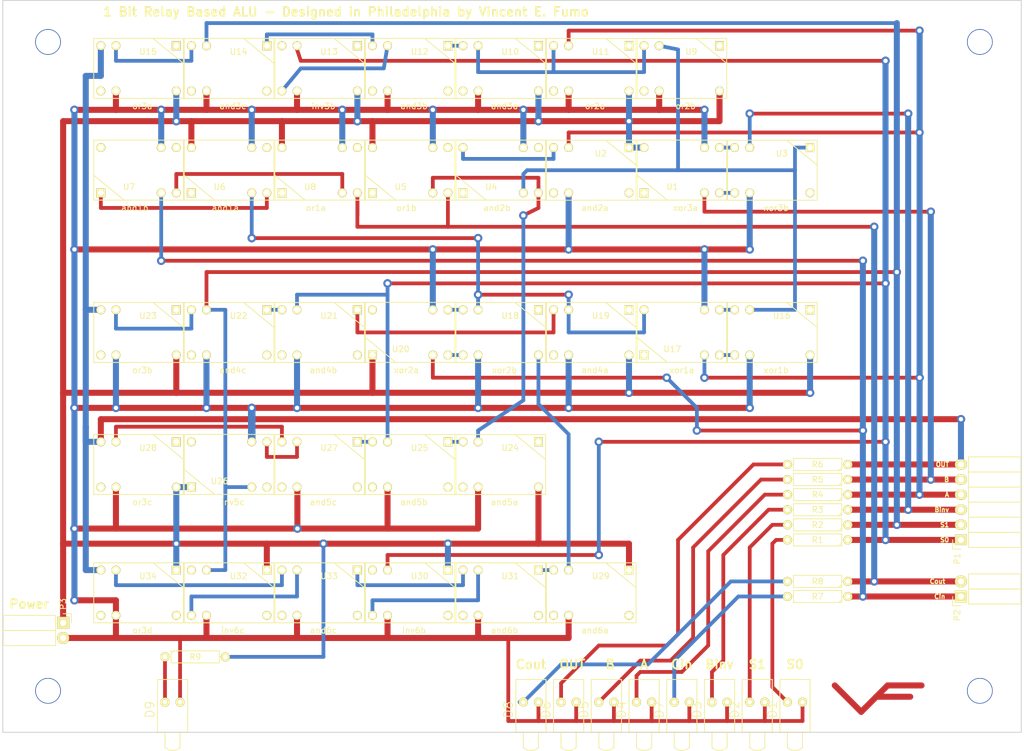
<source format=kicad_pcb>
(kicad_pcb (version 4) (host pcbnew "(2014-12-04 BZR 5312)-product")

  (general
    (links 139)
    (no_connects 0)
    (area 45.064499 32.627499 218.460501 159.541552)
    (thickness 1.6)
    (drawings 22)
    (tracks 434)
    (zones 0)
    (modules 55)
    (nets 112)
  )

  (page USLetter)
  (title_block
    (title "1 Bit ALU - Made From Relays")
    (rev 1.0)
    (company "Vincent E. Fumo")
  )

  (layers
    (0 F.Cu signal)
    (31 B.Cu signal)
    (32 B.Adhes user hide)
    (33 F.Adhes user hide)
    (34 B.Paste user hide)
    (35 F.Paste user hide)
    (36 B.SilkS user hide)
    (37 F.SilkS user)
    (38 B.Mask user)
    (39 F.Mask user)
    (40 Dwgs.User user hide)
    (41 Cmts.User user hide)
    (42 Eco1.User user hide)
    (43 Eco2.User user hide)
    (44 Edge.Cuts user)
  )

  (setup
    (last_trace_width 0.635)
    (user_trace_width 0.508)
    (user_trace_width 0.635)
    (user_trace_width 1.016)
    (user_trace_width 1.27)
    (user_trace_width 2.54)
    (trace_clearance 0.254)
    (zone_clearance 0.508)
    (zone_45_only no)
    (trace_min 0.508)
    (segment_width 0.2)
    (edge_width 0.15)
    (via_size 1.4224)
    (via_drill 0.7366)
    (via_min_size 1.4224)
    (via_min_drill 0.7366)
    (uvia_size 0.508)
    (uvia_drill 0.127)
    (uvias_allowed no)
    (uvia_min_size 0.508)
    (uvia_min_drill 0.127)
    (pcb_text_width 0.3)
    (pcb_text_size 1.5 1.5)
    (mod_edge_width 0.15)
    (mod_text_size 1.5 1.5)
    (mod_text_width 0.15)
    (pad_size 1.524 1.524)
    (pad_drill 0.7366)
    (pad_to_mask_clearance 0.2)
    (aux_axis_origin 0 0)
    (grid_origin 46.0375 155.8925)
    (visible_elements 7FFFFF7F)
    (pcbplotparams
      (layerselection 0x00020_00000000)
      (usegerberextensions true)
      (excludeedgelayer true)
      (linewidth 0.100000)
      (plotframeref false)
      (viasonmask false)
      (mode 1)
      (useauxorigin false)
      (hpglpennumber 1)
      (hpglpenspeed 20)
      (hpglpendiameter 15)
      (hpglpenoverlay 2)
      (psnegative false)
      (psa4output false)
      (plotreference true)
      (plotvalue true)
      (plotinvisibletext false)
      (padsonsilk false)
      (subtractmaskfromsilk false)
      (outputformat 1)
      (mirror false)
      (drillshape 0)
      (scaleselection 1)
      (outputdirectory ""))
  )

  (net 0 "")
  (net 1 +5V)
  (net 2 A)
  (net 3 "ADD Out")
  (net 4 "AND Out")
  (net 5 B)
  (net 6 "B Actual")
  (net 7 Binv)
  (net 8 Cin)
  (net 9 Cout)
  (net 10 GND)
  (net 11 "OR Out")
  (net 12 OUT)
  (net 13 "S0 Bus")
  (net 14 "S1 Bus")
  (net 15 "XOR Out")
  (net 16 "Net-(D1-Pad1)")
  (net 17 "Net-(D2-Pad1)")
  (net 18 "Net-(D3-Pad1)")
  (net 19 "Net-(D4-Pad1)")
  (net 20 "Net-(D5-Pad1)")
  (net 21 "Net-(D6-Pad1)")
  (net 22 "Net-(D7-Pad1)")
  (net 23 "Net-(D8-Pad1)")
  (net 24 "Net-(D9-Pad1)")
  (net 25 "Net-(U1-Pad7)")
  (net 26 "Net-(U1-Pad6)")
  (net 27 "Net-(U1-Pad1)")
  (net 28 "Net-(U2-Pad12)")
  (net 29 "Net-(U2-Pad7)")
  (net 30 "Net-(U2-Pad6)")
  (net 31 "Net-(U3-Pad12)")
  (net 32 "Net-(U4-Pad7)")
  (net 33 "Net-(U4-Pad1)")
  (net 34 "Net-(U5-Pad7)")
  (net 35 "Net-(U5-Pad1)")
  (net 36 "Net-(U6-Pad7)")
  (net 37 "Net-(U6-Pad6)")
  (net 38 "Net-(U6-Pad1)")
  (net 39 "Net-(U7-Pad12)")
  (net 40 "Net-(U7-Pad7)")
  (net 41 "Net-(U7-Pad6)")
  (net 42 "Net-(U8-Pad7)")
  (net 43 "Net-(U8-Pad1)")
  (net 44 "Net-(U9-Pad7)")
  (net 45 "Net-(U9-Pad1)")
  (net 46 "Net-(U10-Pad7)")
  (net 47 "Net-(U10-Pad6)")
  (net 48 "Net-(U10-Pad1)")
  (net 49 "Net-(U11-Pad7)")
  (net 50 "Net-(U11-Pad1)")
  (net 51 "Net-(U12-Pad12)")
  (net 52 "Net-(U12-Pad7)")
  (net 53 "Net-(U12-Pad6)")
  (net 54 "Net-(U12-Pad5)")
  (net 55 "Net-(U13-Pad6)")
  (net 56 "Net-(U13-Pad1)")
  (net 57 "Net-(U14-Pad12)")
  (net 58 "Net-(U14-Pad7)")
  (net 59 "Net-(U14-Pad6)")
  (net 60 "Net-(U15-Pad7)")
  (net 61 "Net-(U15-Pad1)")
  (net 62 "Net-(U16-Pad7)")
  (net 63 "Net-(U16-Pad6)")
  (net 64 "Net-(U16-Pad1)")
  (net 65 "Net-(U17-Pad1)")
  (net 66 "Net-(U18-Pad7)")
  (net 67 "Net-(U18-Pad6)")
  (net 68 "Net-(U18-Pad1)")
  (net 69 "Net-(U19-Pad7)")
  (net 70 "Net-(U19-Pad6)")
  (net 71 "Net-(U19-Pad1)")
  (net 72 "Net-(U20-Pad12)")
  (net 73 "Net-(U21-Pad12)")
  (net 74 "Net-(U21-Pad7)")
  (net 75 "Net-(U21-Pad6)")
  (net 76 "Net-(U22-Pad12)")
  (net 77 "Net-(U22-Pad7)")
  (net 78 "Net-(U22-Pad6)")
  (net 79 "Net-(U23-Pad7)")
  (net 80 "Net-(U23-Pad1)")
  (net 81 "Net-(U24-Pad7)")
  (net 82 "Net-(U24-Pad6)")
  (net 83 "Net-(U24-Pad1)")
  (net 84 "Net-(U25-Pad12)")
  (net 85 "Net-(U25-Pad7)")
  (net 86 "Net-(U25-Pad6)")
  (net 87 "Net-(U26-Pad12)")
  (net 88 "Net-(U26-Pad7)")
  (net 89 "Net-(U26-Pad6)")
  (net 90 "Net-(U27-Pad12)")
  (net 91 "Net-(U27-Pad7)")
  (net 92 "Net-(U27-Pad6)")
  (net 93 "Net-(U28-Pad7)")
  (net 94 "Net-(U28-Pad1)")
  (net 95 "Net-(U29-Pad12)")
  (net 96 "Net-(U29-Pad7)")
  (net 97 "Net-(U29-Pad6)")
  (net 98 "Net-(U30-Pad12)")
  (net 99 "Net-(U30-Pad7)")
  (net 100 "Net-(U30-Pad6)")
  (net 101 "Net-(U31-Pad12)")
  (net 102 "Net-(U31-Pad7)")
  (net 103 "Net-(U31-Pad6)")
  (net 104 "Net-(U32-Pad12)")
  (net 105 "Net-(U32-Pad7)")
  (net 106 "Net-(U32-Pad6)")
  (net 107 "Net-(U33-Pad12)")
  (net 108 "Net-(U33-Pad7)")
  (net 109 "Net-(U33-Pad6)")
  (net 110 "Net-(U34-Pad12)")
  (net 111 "Net-(U34-Pad7)")

  (net_class Default "This is the default net class."
    (clearance 0.254)
    (trace_width 0.508)
    (via_dia 1.4224)
    (via_drill 0.7366)
    (uvia_dia 0.508)
    (uvia_drill 0.127)
    (add_net A)
    (add_net "ADD Out")
    (add_net "AND Out")
    (add_net B)
    (add_net "B Actual")
    (add_net Binv)
    (add_net Cin)
    (add_net Cout)
    (add_net "Net-(D1-Pad1)")
    (add_net "Net-(D2-Pad1)")
    (add_net "Net-(D3-Pad1)")
    (add_net "Net-(D4-Pad1)")
    (add_net "Net-(D5-Pad1)")
    (add_net "Net-(D6-Pad1)")
    (add_net "Net-(D7-Pad1)")
    (add_net "Net-(D8-Pad1)")
    (add_net "Net-(D9-Pad1)")
    (add_net "Net-(U1-Pad1)")
    (add_net "Net-(U1-Pad6)")
    (add_net "Net-(U1-Pad7)")
    (add_net "Net-(U10-Pad1)")
    (add_net "Net-(U10-Pad6)")
    (add_net "Net-(U10-Pad7)")
    (add_net "Net-(U11-Pad1)")
    (add_net "Net-(U11-Pad7)")
    (add_net "Net-(U12-Pad12)")
    (add_net "Net-(U12-Pad5)")
    (add_net "Net-(U12-Pad6)")
    (add_net "Net-(U12-Pad7)")
    (add_net "Net-(U13-Pad1)")
    (add_net "Net-(U13-Pad6)")
    (add_net "Net-(U14-Pad12)")
    (add_net "Net-(U14-Pad6)")
    (add_net "Net-(U14-Pad7)")
    (add_net "Net-(U15-Pad1)")
    (add_net "Net-(U15-Pad7)")
    (add_net "Net-(U16-Pad1)")
    (add_net "Net-(U16-Pad6)")
    (add_net "Net-(U16-Pad7)")
    (add_net "Net-(U17-Pad1)")
    (add_net "Net-(U18-Pad1)")
    (add_net "Net-(U18-Pad6)")
    (add_net "Net-(U18-Pad7)")
    (add_net "Net-(U19-Pad1)")
    (add_net "Net-(U19-Pad6)")
    (add_net "Net-(U19-Pad7)")
    (add_net "Net-(U2-Pad12)")
    (add_net "Net-(U2-Pad6)")
    (add_net "Net-(U2-Pad7)")
    (add_net "Net-(U20-Pad12)")
    (add_net "Net-(U21-Pad12)")
    (add_net "Net-(U21-Pad6)")
    (add_net "Net-(U21-Pad7)")
    (add_net "Net-(U22-Pad12)")
    (add_net "Net-(U22-Pad6)")
    (add_net "Net-(U22-Pad7)")
    (add_net "Net-(U23-Pad1)")
    (add_net "Net-(U23-Pad7)")
    (add_net "Net-(U24-Pad1)")
    (add_net "Net-(U24-Pad6)")
    (add_net "Net-(U24-Pad7)")
    (add_net "Net-(U25-Pad12)")
    (add_net "Net-(U25-Pad6)")
    (add_net "Net-(U25-Pad7)")
    (add_net "Net-(U26-Pad12)")
    (add_net "Net-(U26-Pad6)")
    (add_net "Net-(U26-Pad7)")
    (add_net "Net-(U27-Pad12)")
    (add_net "Net-(U27-Pad6)")
    (add_net "Net-(U27-Pad7)")
    (add_net "Net-(U28-Pad1)")
    (add_net "Net-(U28-Pad7)")
    (add_net "Net-(U29-Pad12)")
    (add_net "Net-(U29-Pad6)")
    (add_net "Net-(U29-Pad7)")
    (add_net "Net-(U3-Pad12)")
    (add_net "Net-(U30-Pad12)")
    (add_net "Net-(U30-Pad6)")
    (add_net "Net-(U30-Pad7)")
    (add_net "Net-(U31-Pad12)")
    (add_net "Net-(U31-Pad6)")
    (add_net "Net-(U31-Pad7)")
    (add_net "Net-(U32-Pad12)")
    (add_net "Net-(U32-Pad6)")
    (add_net "Net-(U32-Pad7)")
    (add_net "Net-(U33-Pad12)")
    (add_net "Net-(U33-Pad6)")
    (add_net "Net-(U33-Pad7)")
    (add_net "Net-(U34-Pad12)")
    (add_net "Net-(U34-Pad7)")
    (add_net "Net-(U4-Pad1)")
    (add_net "Net-(U4-Pad7)")
    (add_net "Net-(U5-Pad1)")
    (add_net "Net-(U5-Pad7)")
    (add_net "Net-(U6-Pad1)")
    (add_net "Net-(U6-Pad6)")
    (add_net "Net-(U6-Pad7)")
    (add_net "Net-(U7-Pad12)")
    (add_net "Net-(U7-Pad6)")
    (add_net "Net-(U7-Pad7)")
    (add_net "Net-(U8-Pad1)")
    (add_net "Net-(U8-Pad7)")
    (add_net "Net-(U9-Pad1)")
    (add_net "Net-(U9-Pad7)")
    (add_net "OR Out")
    (add_net OUT)
    (add_net "S0 Bus")
    (add_net "S1 Bus")
    (add_net "XOR Out")
  )

  (net_class Bus ""
    (clearance 0.508)
    (trace_width 1.016)
    (via_dia 1.4224)
    (via_drill 0.7366)
    (uvia_dia 0.508)
    (uvia_drill 0.127)
  )

  (net_class Power ""
    (clearance 0.508)
    (trace_width 1.016)
    (via_dia 1.4224)
    (via_drill 0.7366)
    (uvia_dia 0.508)
    (uvia_drill 0.127)
    (add_net +5V)
    (add_net GND)
  )

  (net_class Signal ""
    (clearance 0.254)
    (trace_width 0.508)
    (via_dia 1.4224)
    (via_drill 0.7366)
    (uvia_dia 0.508)
    (uvia_drill 0.127)
  )

  (module custom:211ARelay (layer F.Cu) (tedit 553BBB72) (tstamp 5514B6B1)
    (at 75.2475 136.2075 180)
    (path /54D2F582/54D2F620)
    (fp_text reference U34 (at 4.75234 6.61416 180) (layer F.SilkS)
      (effects (font (size 1 1) (thickness 0.15)))
    )
    (fp_text value or3d (at 5.715 -2.54 180) (layer F.SilkS)
      (effects (font (size 1 1) (thickness 0.15)))
    )
    (fp_line (start -1.143 4.699) (end 3.81 8.763) (layer F.SilkS) (width 0.15))
    (fp_line (start -1.2 -1.25) (end 13.9 -1.25) (layer F.SilkS) (width 0.15))
    (fp_line (start 13.9 -1.25) (end 13.9 8.85) (layer F.SilkS) (width 0.15))
    (fp_line (start 13.9 8.85) (end -1.2 8.85) (layer F.SilkS) (width 0.15))
    (fp_line (start -1.2 8.85) (end -1.2 -1.25) (layer F.SilkS) (width 0.15))
    (pad 12 thru_hole circle (at 0 0 180) (size 1.5 1.5) (drill 0.9906) (layers *.Cu *.Mask F.SilkS)
      (net 110 "Net-(U34-Pad12)"))
    (pad 8 thru_hole circle (at 10.16 0 180) (size 1.5 1.5) (drill 0.9906) (layers *.Cu *.Mask F.SilkS)
      (net 10 GND))
    (pad 7 thru_hole circle (at 12.7 0 180) (size 1.5 1.5) (drill 0.9906) (layers *.Cu *.Mask F.SilkS)
      (net 111 "Net-(U34-Pad7)"))
    (pad 6 thru_hole circle (at 12.7 7.62 180) (size 1.5 1.5) (drill 0.9906) (layers *.Cu *.Mask F.SilkS)
      (net 12 OUT))
    (pad 1 thru_hole rect (at 0 7.62 180) (size 1.5 1.5) (drill 0.9906) (layers *.Cu *.Mask F.SilkS)
      (net 1 +5V))
    (pad 5 thru_hole circle (at 10.16 7.62 180) (size 1.5 1.5) (drill 0.9906) (layers *.Cu *.Mask F.SilkS)
      (net 109 "Net-(U33-Pad6)"))
  )

  (module custom:211ARelay (layer F.Cu) (tedit 553BBB72) (tstamp 5514B6A3)
    (at 105.7275 136.2075 180)
    (path /54D2F582/54D2F5F3)
    (fp_text reference U33 (at 4.75234 6.61416 180) (layer F.SilkS)
      (effects (font (size 1 1) (thickness 0.15)))
    )
    (fp_text value and6c (at 5.715 -2.54 180) (layer F.SilkS)
      (effects (font (size 1 1) (thickness 0.15)))
    )
    (fp_line (start -1.143 4.699) (end 3.81 8.763) (layer F.SilkS) (width 0.15))
    (fp_line (start -1.2 -1.25) (end 13.9 -1.25) (layer F.SilkS) (width 0.15))
    (fp_line (start 13.9 -1.25) (end 13.9 8.85) (layer F.SilkS) (width 0.15))
    (fp_line (start 13.9 8.85) (end -1.2 8.85) (layer F.SilkS) (width 0.15))
    (fp_line (start -1.2 8.85) (end -1.2 -1.25) (layer F.SilkS) (width 0.15))
    (pad 12 thru_hole circle (at 0 0 180) (size 1.5 1.5) (drill 0.9906) (layers *.Cu *.Mask F.SilkS)
      (net 107 "Net-(U33-Pad12)"))
    (pad 8 thru_hole circle (at 10.16 0 180) (size 1.5 1.5) (drill 0.9906) (layers *.Cu *.Mask F.SilkS)
      (net 10 GND))
    (pad 7 thru_hole circle (at 12.7 0 180) (size 1.5 1.5) (drill 0.9906) (layers *.Cu *.Mask F.SilkS)
      (net 108 "Net-(U33-Pad7)"))
    (pad 6 thru_hole circle (at 12.7 7.62 180) (size 1.5 1.5) (drill 0.9906) (layers *.Cu *.Mask F.SilkS)
      (net 109 "Net-(U33-Pad6)"))
    (pad 1 thru_hole rect (at 0 7.62 180) (size 1.5 1.5) (drill 0.9906) (layers *.Cu *.Mask F.SilkS)
      (net 103 "Net-(U31-Pad6)"))
    (pad 5 thru_hole circle (at 10.16 7.62 180) (size 1.5 1.5) (drill 0.9906) (layers *.Cu *.Mask F.SilkS)
      (net 105 "Net-(U32-Pad7)"))
  )

  (module custom:211ARelay (layer F.Cu) (tedit 553BBB72) (tstamp 5514B695)
    (at 90.4875 136.2075 180)
    (path /54D2F582/54D2F611)
    (fp_text reference U32 (at 4.75234 6.61416 180) (layer F.SilkS)
      (effects (font (size 1 1) (thickness 0.15)))
    )
    (fp_text value inv6c (at 5.715 -2.54 180) (layer F.SilkS)
      (effects (font (size 1 1) (thickness 0.15)))
    )
    (fp_line (start -1.143 4.699) (end 3.81 8.763) (layer F.SilkS) (width 0.15))
    (fp_line (start -1.2 -1.25) (end 13.9 -1.25) (layer F.SilkS) (width 0.15))
    (fp_line (start 13.9 -1.25) (end 13.9 8.85) (layer F.SilkS) (width 0.15))
    (fp_line (start 13.9 8.85) (end -1.2 8.85) (layer F.SilkS) (width 0.15))
    (fp_line (start -1.2 8.85) (end -1.2 -1.25) (layer F.SilkS) (width 0.15))
    (pad 12 thru_hole circle (at 0 0 180) (size 1.5 1.5) (drill 0.9906) (layers *.Cu *.Mask F.SilkS)
      (net 104 "Net-(U32-Pad12)"))
    (pad 8 thru_hole circle (at 10.16 0 180) (size 1.5 1.5) (drill 0.9906) (layers *.Cu *.Mask F.SilkS)
      (net 10 GND))
    (pad 7 thru_hole circle (at 12.7 0 180) (size 1.5 1.5) (drill 0.9906) (layers *.Cu *.Mask F.SilkS)
      (net 105 "Net-(U32-Pad7)"))
    (pad 6 thru_hole circle (at 12.7 7.62 180) (size 1.5 1.5) (drill 0.9906) (layers *.Cu *.Mask F.SilkS)
      (net 106 "Net-(U32-Pad6)"))
    (pad 1 thru_hole rect (at 0 7.62 180) (size 1.5 1.5) (drill 0.9906) (layers *.Cu *.Mask F.SilkS)
      (net 1 +5V))
    (pad 5 thru_hole circle (at 10.16 7.62 180) (size 1.5 1.5) (drill 0.9906) (layers *.Cu *.Mask F.SilkS)
      (net 14 "S1 Bus"))
  )

  (module custom:211ARelay (layer F.Cu) (tedit 553BBB72) (tstamp 5514B687)
    (at 136.2075 136.2075 180)
    (path /54D2F582/54D2F5E4)
    (fp_text reference U31 (at 4.75234 6.61416 180) (layer F.SilkS)
      (effects (font (size 1 1) (thickness 0.15)))
    )
    (fp_text value and6b (at 5.715 -2.54 180) (layer F.SilkS)
      (effects (font (size 1 1) (thickness 0.15)))
    )
    (fp_line (start -1.143 4.699) (end 3.81 8.763) (layer F.SilkS) (width 0.15))
    (fp_line (start -1.2 -1.25) (end 13.9 -1.25) (layer F.SilkS) (width 0.15))
    (fp_line (start 13.9 -1.25) (end 13.9 8.85) (layer F.SilkS) (width 0.15))
    (fp_line (start 13.9 8.85) (end -1.2 8.85) (layer F.SilkS) (width 0.15))
    (fp_line (start -1.2 8.85) (end -1.2 -1.25) (layer F.SilkS) (width 0.15))
    (pad 12 thru_hole circle (at 0 0 180) (size 1.5 1.5) (drill 0.9906) (layers *.Cu *.Mask F.SilkS)
      (net 101 "Net-(U31-Pad12)"))
    (pad 8 thru_hole circle (at 10.16 0 180) (size 1.5 1.5) (drill 0.9906) (layers *.Cu *.Mask F.SilkS)
      (net 10 GND))
    (pad 7 thru_hole circle (at 12.7 0 180) (size 1.5 1.5) (drill 0.9906) (layers *.Cu *.Mask F.SilkS)
      (net 102 "Net-(U31-Pad7)"))
    (pad 6 thru_hole circle (at 12.7 7.62 180) (size 1.5 1.5) (drill 0.9906) (layers *.Cu *.Mask F.SilkS)
      (net 103 "Net-(U31-Pad6)"))
    (pad 1 thru_hole rect (at 0 7.62 180) (size 1.5 1.5) (drill 0.9906) (layers *.Cu *.Mask F.SilkS)
      (net 97 "Net-(U29-Pad6)"))
    (pad 5 thru_hole circle (at 10.16 7.62 180) (size 1.5 1.5) (drill 0.9906) (layers *.Cu *.Mask F.SilkS)
      (net 99 "Net-(U30-Pad7)"))
  )

  (module custom:211ARelay (layer F.Cu) (tedit 553BBB72) (tstamp 5514B679)
    (at 120.9675 136.2075 180)
    (path /54D2F582/54D2F602)
    (fp_text reference U30 (at 4.75234 6.61416 180) (layer F.SilkS)
      (effects (font (size 1 1) (thickness 0.15)))
    )
    (fp_text value inv6b (at 5.715 -2.54 180) (layer F.SilkS)
      (effects (font (size 1 1) (thickness 0.15)))
    )
    (fp_line (start -1.143 4.699) (end 3.81 8.763) (layer F.SilkS) (width 0.15))
    (fp_line (start -1.2 -1.25) (end 13.9 -1.25) (layer F.SilkS) (width 0.15))
    (fp_line (start 13.9 -1.25) (end 13.9 8.85) (layer F.SilkS) (width 0.15))
    (fp_line (start 13.9 8.85) (end -1.2 8.85) (layer F.SilkS) (width 0.15))
    (fp_line (start -1.2 8.85) (end -1.2 -1.25) (layer F.SilkS) (width 0.15))
    (pad 12 thru_hole circle (at 0 0 180) (size 1.5 1.5) (drill 0.9906) (layers *.Cu *.Mask F.SilkS)
      (net 98 "Net-(U30-Pad12)"))
    (pad 8 thru_hole circle (at 10.16 0 180) (size 1.5 1.5) (drill 0.9906) (layers *.Cu *.Mask F.SilkS)
      (net 10 GND))
    (pad 7 thru_hole circle (at 12.7 0 180) (size 1.5 1.5) (drill 0.9906) (layers *.Cu *.Mask F.SilkS)
      (net 99 "Net-(U30-Pad7)"))
    (pad 6 thru_hole circle (at 12.7 7.62 180) (size 1.5 1.5) (drill 0.9906) (layers *.Cu *.Mask F.SilkS)
      (net 100 "Net-(U30-Pad6)"))
    (pad 1 thru_hole rect (at 0 7.62 180) (size 1.5 1.5) (drill 0.9906) (layers *.Cu *.Mask F.SilkS)
      (net 1 +5V))
    (pad 5 thru_hole circle (at 10.16 7.62 180) (size 1.5 1.5) (drill 0.9906) (layers *.Cu *.Mask F.SilkS)
      (net 13 "S0 Bus"))
  )

  (module custom:211ARelay (layer F.Cu) (tedit 553BBB72) (tstamp 5514B66B)
    (at 151.4475 136.2075 180)
    (path /54D2F582/54D2F5D5)
    (fp_text reference U29 (at 4.75234 6.61416 180) (layer F.SilkS)
      (effects (font (size 1 1) (thickness 0.15)))
    )
    (fp_text value and6a (at 5.715 -2.54 180) (layer F.SilkS)
      (effects (font (size 1 1) (thickness 0.15)))
    )
    (fp_line (start -1.143 4.699) (end 3.81 8.763) (layer F.SilkS) (width 0.15))
    (fp_line (start -1.2 -1.25) (end 13.9 -1.25) (layer F.SilkS) (width 0.15))
    (fp_line (start 13.9 -1.25) (end 13.9 8.85) (layer F.SilkS) (width 0.15))
    (fp_line (start 13.9 8.85) (end -1.2 8.85) (layer F.SilkS) (width 0.15))
    (fp_line (start -1.2 8.85) (end -1.2 -1.25) (layer F.SilkS) (width 0.15))
    (pad 12 thru_hole circle (at 0 0 180) (size 1.5 1.5) (drill 0.9906) (layers *.Cu *.Mask F.SilkS)
      (net 95 "Net-(U29-Pad12)"))
    (pad 8 thru_hole circle (at 10.16 0 180) (size 1.5 1.5) (drill 0.9906) (layers *.Cu *.Mask F.SilkS)
      (net 10 GND))
    (pad 7 thru_hole circle (at 12.7 0 180) (size 1.5 1.5) (drill 0.9906) (layers *.Cu *.Mask F.SilkS)
      (net 96 "Net-(U29-Pad7)"))
    (pad 6 thru_hole circle (at 12.7 7.62 180) (size 1.5 1.5) (drill 0.9906) (layers *.Cu *.Mask F.SilkS)
      (net 97 "Net-(U29-Pad6)"))
    (pad 1 thru_hole rect (at 0 7.62 180) (size 1.5 1.5) (drill 0.9906) (layers *.Cu *.Mask F.SilkS)
      (net 1 +5V))
    (pad 5 thru_hole circle (at 10.16 7.62 180) (size 1.5 1.5) (drill 0.9906) (layers *.Cu *.Mask F.SilkS)
      (net 3 "ADD Out"))
  )

  (module custom:211ARelay (layer F.Cu) (tedit 553BBB72) (tstamp 5514B65D)
    (at 75.2475 114.6175 180)
    (path /54D2DB4A/54D2DC34)
    (fp_text reference U28 (at 4.75234 6.61416 180) (layer F.SilkS)
      (effects (font (size 1 1) (thickness 0.15)))
    )
    (fp_text value or3c (at 5.715 -2.54 180) (layer F.SilkS)
      (effects (font (size 1 1) (thickness 0.15)))
    )
    (fp_line (start -1.143 4.699) (end 3.81 8.763) (layer F.SilkS) (width 0.15))
    (fp_line (start -1.2 -1.25) (end 13.9 -1.25) (layer F.SilkS) (width 0.15))
    (fp_line (start 13.9 -1.25) (end 13.9 8.85) (layer F.SilkS) (width 0.15))
    (fp_line (start 13.9 8.85) (end -1.2 8.85) (layer F.SilkS) (width 0.15))
    (fp_line (start -1.2 8.85) (end -1.2 -1.25) (layer F.SilkS) (width 0.15))
    (pad 12 thru_hole circle (at 0 0 180) (size 1.5 1.5) (drill 0.9906) (layers *.Cu *.Mask F.SilkS)
      (net 1 +5V))
    (pad 8 thru_hole circle (at 10.16 0 180) (size 1.5 1.5) (drill 0.9906) (layers *.Cu *.Mask F.SilkS)
      (net 10 GND))
    (pad 7 thru_hole circle (at 12.7 0 180) (size 1.5 1.5) (drill 0.9906) (layers *.Cu *.Mask F.SilkS)
      (net 93 "Net-(U28-Pad7)"))
    (pad 6 thru_hole circle (at 12.7 7.62 180) (size 1.5 1.5) (drill 0.9906) (layers *.Cu *.Mask F.SilkS)
      (net 12 OUT))
    (pad 1 thru_hole rect (at 0 7.62 180) (size 1.5 1.5) (drill 0.9906) (layers *.Cu *.Mask F.SilkS)
      (net 94 "Net-(U28-Pad1)"))
    (pad 5 thru_hole circle (at 10.16 7.62 180) (size 1.5 1.5) (drill 0.9906) (layers *.Cu *.Mask F.SilkS)
      (net 92 "Net-(U27-Pad6)"))
  )

  (module custom:211ARelay (layer F.Cu) (tedit 553BBB72) (tstamp 5514B64F)
    (at 105.7275 114.6175 180)
    (path /54D2DB4A/54D2DC16)
    (fp_text reference U27 (at 4.75234 6.61416 180) (layer F.SilkS)
      (effects (font (size 1 1) (thickness 0.15)))
    )
    (fp_text value and5c (at 5.715 -2.54 180) (layer F.SilkS)
      (effects (font (size 1 1) (thickness 0.15)))
    )
    (fp_line (start -1.143 4.699) (end 3.81 8.763) (layer F.SilkS) (width 0.15))
    (fp_line (start -1.2 -1.25) (end 13.9 -1.25) (layer F.SilkS) (width 0.15))
    (fp_line (start 13.9 -1.25) (end 13.9 8.85) (layer F.SilkS) (width 0.15))
    (fp_line (start 13.9 8.85) (end -1.2 8.85) (layer F.SilkS) (width 0.15))
    (fp_line (start -1.2 8.85) (end -1.2 -1.25) (layer F.SilkS) (width 0.15))
    (pad 12 thru_hole circle (at 0 0 180) (size 1.5 1.5) (drill 0.9906) (layers *.Cu *.Mask F.SilkS)
      (net 90 "Net-(U27-Pad12)"))
    (pad 8 thru_hole circle (at 10.16 0 180) (size 1.5 1.5) (drill 0.9906) (layers *.Cu *.Mask F.SilkS)
      (net 10 GND))
    (pad 7 thru_hole circle (at 12.7 0 180) (size 1.5 1.5) (drill 0.9906) (layers *.Cu *.Mask F.SilkS)
      (net 91 "Net-(U27-Pad7)"))
    (pad 6 thru_hole circle (at 12.7 7.62 180) (size 1.5 1.5) (drill 0.9906) (layers *.Cu *.Mask F.SilkS)
      (net 92 "Net-(U27-Pad6)"))
    (pad 1 thru_hole rect (at 0 7.62 180) (size 1.5 1.5) (drill 0.9906) (layers *.Cu *.Mask F.SilkS)
      (net 86 "Net-(U25-Pad6)"))
    (pad 5 thru_hole circle (at 10.16 7.62 180) (size 1.5 1.5) (drill 0.9906) (layers *.Cu *.Mask F.SilkS)
      (net 88 "Net-(U26-Pad7)"))
  )

  (module custom:211ARelay (layer F.Cu) (tedit 553BBE2B) (tstamp 5514B641)
    (at 77.7875 106.9975)
    (path /54D2DB4A/54D2DC25)
    (fp_text reference U26 (at 4.75234 6.61416) (layer F.SilkS)
      (effects (font (size 1 1) (thickness 0.15)))
    )
    (fp_text value inv5c (at 6.985 10.16) (layer F.SilkS)
      (effects (font (size 1 1) (thickness 0.15)))
    )
    (fp_line (start -1.143 4.699) (end 3.81 8.763) (layer F.SilkS) (width 0.15))
    (fp_line (start -1.2 -1.25) (end 13.9 -1.25) (layer F.SilkS) (width 0.15))
    (fp_line (start 13.9 -1.25) (end 13.9 8.85) (layer F.SilkS) (width 0.15))
    (fp_line (start 13.9 8.85) (end -1.2 8.85) (layer F.SilkS) (width 0.15))
    (fp_line (start -1.2 8.85) (end -1.2 -1.25) (layer F.SilkS) (width 0.15))
    (pad 12 thru_hole circle (at 0 0) (size 1.5 1.5) (drill 0.9906) (layers *.Cu *.Mask F.SilkS)
      (net 87 "Net-(U26-Pad12)"))
    (pad 8 thru_hole circle (at 10.16 0) (size 1.5 1.5) (drill 0.9906) (layers *.Cu *.Mask F.SilkS)
      (net 10 GND))
    (pad 7 thru_hole circle (at 12.7 0) (size 1.5 1.5) (drill 0.9906) (layers *.Cu *.Mask F.SilkS)
      (net 88 "Net-(U26-Pad7)"))
    (pad 6 thru_hole circle (at 12.7 7.62) (size 1.5 1.5) (drill 0.9906) (layers *.Cu *.Mask F.SilkS)
      (net 89 "Net-(U26-Pad6)"))
    (pad 1 thru_hole rect (at 0 7.62) (size 1.5 1.5) (drill 0.9906) (layers *.Cu *.Mask F.SilkS)
      (net 1 +5V))
    (pad 5 thru_hole circle (at 10.16 7.62) (size 1.5 1.5) (drill 0.9906) (layers *.Cu *.Mask F.SilkS)
      (net 14 "S1 Bus"))
  )

  (module custom:211ARelay (layer F.Cu) (tedit 553BBB72) (tstamp 5514B633)
    (at 120.9675 114.6175 180)
    (path /54D2DB4A/54D2DC07)
    (fp_text reference U25 (at 4.75234 6.61416 180) (layer F.SilkS)
      (effects (font (size 1 1) (thickness 0.15)))
    )
    (fp_text value and5b (at 5.715 -2.54 180) (layer F.SilkS)
      (effects (font (size 1 1) (thickness 0.15)))
    )
    (fp_line (start -1.143 4.699) (end 3.81 8.763) (layer F.SilkS) (width 0.15))
    (fp_line (start -1.2 -1.25) (end 13.9 -1.25) (layer F.SilkS) (width 0.15))
    (fp_line (start 13.9 -1.25) (end 13.9 8.85) (layer F.SilkS) (width 0.15))
    (fp_line (start 13.9 8.85) (end -1.2 8.85) (layer F.SilkS) (width 0.15))
    (fp_line (start -1.2 8.85) (end -1.2 -1.25) (layer F.SilkS) (width 0.15))
    (pad 12 thru_hole circle (at 0 0 180) (size 1.5 1.5) (drill 0.9906) (layers *.Cu *.Mask F.SilkS)
      (net 84 "Net-(U25-Pad12)"))
    (pad 8 thru_hole circle (at 10.16 0 180) (size 1.5 1.5) (drill 0.9906) (layers *.Cu *.Mask F.SilkS)
      (net 10 GND))
    (pad 7 thru_hole circle (at 12.7 0 180) (size 1.5 1.5) (drill 0.9906) (layers *.Cu *.Mask F.SilkS)
      (net 85 "Net-(U25-Pad7)"))
    (pad 6 thru_hole circle (at 12.7 7.62 180) (size 1.5 1.5) (drill 0.9906) (layers *.Cu *.Mask F.SilkS)
      (net 86 "Net-(U25-Pad6)"))
    (pad 1 thru_hole rect (at 0 7.62 180) (size 1.5 1.5) (drill 0.9906) (layers *.Cu *.Mask F.SilkS)
      (net 82 "Net-(U24-Pad6)"))
    (pad 5 thru_hole circle (at 10.16 7.62 180) (size 1.5 1.5) (drill 0.9906) (layers *.Cu *.Mask F.SilkS)
      (net 13 "S0 Bus"))
  )

  (module custom:211ARelay (layer F.Cu) (tedit 553BBB72) (tstamp 5514B625)
    (at 136.2075 114.6175 180)
    (path /54D2DB4A/54D2DBF8)
    (fp_text reference U24 (at 4.75234 6.61416 180) (layer F.SilkS)
      (effects (font (size 1 1) (thickness 0.15)))
    )
    (fp_text value and5a (at 5.715 -2.54 180) (layer F.SilkS)
      (effects (font (size 1 1) (thickness 0.15)))
    )
    (fp_line (start -1.143 4.699) (end 3.81 8.763) (layer F.SilkS) (width 0.15))
    (fp_line (start -1.2 -1.25) (end 13.9 -1.25) (layer F.SilkS) (width 0.15))
    (fp_line (start 13.9 -1.25) (end 13.9 8.85) (layer F.SilkS) (width 0.15))
    (fp_line (start 13.9 8.85) (end -1.2 8.85) (layer F.SilkS) (width 0.15))
    (fp_line (start -1.2 8.85) (end -1.2 -1.25) (layer F.SilkS) (width 0.15))
    (pad 12 thru_hole circle (at 0 0 180) (size 1.5 1.5) (drill 0.9906) (layers *.Cu *.Mask F.SilkS)
      (net 1 +5V))
    (pad 8 thru_hole circle (at 10.16 0 180) (size 1.5 1.5) (drill 0.9906) (layers *.Cu *.Mask F.SilkS)
      (net 10 GND))
    (pad 7 thru_hole circle (at 12.7 0 180) (size 1.5 1.5) (drill 0.9906) (layers *.Cu *.Mask F.SilkS)
      (net 81 "Net-(U24-Pad7)"))
    (pad 6 thru_hole circle (at 12.7 7.62 180) (size 1.5 1.5) (drill 0.9906) (layers *.Cu *.Mask F.SilkS)
      (net 82 "Net-(U24-Pad6)"))
    (pad 1 thru_hole rect (at 0 7.62 180) (size 1.5 1.5) (drill 0.9906) (layers *.Cu *.Mask F.SilkS)
      (net 83 "Net-(U24-Pad1)"))
    (pad 5 thru_hole circle (at 10.16 7.62 180) (size 1.5 1.5) (drill 0.9906) (layers *.Cu *.Mask F.SilkS)
      (net 4 "AND Out"))
  )

  (module custom:211ARelay (layer F.Cu) (tedit 553BBB72) (tstamp 55203F27)
    (at 75.2475 92.3925 180)
    (path /54D2D6CC/54D2CBC0)
    (fp_text reference U23 (at 4.75234 6.61416 180) (layer F.SilkS)
      (effects (font (size 1 1) (thickness 0.15)))
    )
    (fp_text value or3b (at 5.715 -2.54 180) (layer F.SilkS)
      (effects (font (size 1 1) (thickness 0.15)))
    )
    (fp_line (start -1.143 4.699) (end 3.81 8.763) (layer F.SilkS) (width 0.15))
    (fp_line (start -1.2 -1.25) (end 13.9 -1.25) (layer F.SilkS) (width 0.15))
    (fp_line (start 13.9 -1.25) (end 13.9 8.85) (layer F.SilkS) (width 0.15))
    (fp_line (start 13.9 8.85) (end -1.2 8.85) (layer F.SilkS) (width 0.15))
    (fp_line (start -1.2 8.85) (end -1.2 -1.25) (layer F.SilkS) (width 0.15))
    (pad 12 thru_hole circle (at 0 0 180) (size 1.5 1.5) (drill 0.9906) (layers *.Cu *.Mask F.SilkS)
      (net 1 +5V))
    (pad 8 thru_hole circle (at 10.16 0 180) (size 1.5 1.5) (drill 0.9906) (layers *.Cu *.Mask F.SilkS)
      (net 10 GND))
    (pad 7 thru_hole circle (at 12.7 0 180) (size 1.5 1.5) (drill 0.9906) (layers *.Cu *.Mask F.SilkS)
      (net 79 "Net-(U23-Pad7)"))
    (pad 6 thru_hole circle (at 12.7 7.62 180) (size 1.5 1.5) (drill 0.9906) (layers *.Cu *.Mask F.SilkS)
      (net 12 OUT))
    (pad 1 thru_hole rect (at 0 7.62 180) (size 1.5 1.5) (drill 0.9906) (layers *.Cu *.Mask F.SilkS)
      (net 80 "Net-(U23-Pad1)"))
    (pad 5 thru_hole circle (at 10.16 7.62 180) (size 1.5 1.5) (drill 0.9906) (layers *.Cu *.Mask F.SilkS)
      (net 78 "Net-(U22-Pad6)"))
  )

  (module custom:211ARelay (layer F.Cu) (tedit 553BBB72) (tstamp 5514B609)
    (at 90.4875 92.3925 180)
    (path /54D2D6CC/54D2CBB1)
    (fp_text reference U22 (at 4.75234 6.61416 180) (layer F.SilkS)
      (effects (font (size 1 1) (thickness 0.15)))
    )
    (fp_text value and4c (at 5.715 -2.54 180) (layer F.SilkS)
      (effects (font (size 1 1) (thickness 0.15)))
    )
    (fp_line (start -1.143 4.699) (end 3.81 8.763) (layer F.SilkS) (width 0.15))
    (fp_line (start -1.2 -1.25) (end 13.9 -1.25) (layer F.SilkS) (width 0.15))
    (fp_line (start 13.9 -1.25) (end 13.9 8.85) (layer F.SilkS) (width 0.15))
    (fp_line (start 13.9 8.85) (end -1.2 8.85) (layer F.SilkS) (width 0.15))
    (fp_line (start -1.2 8.85) (end -1.2 -1.25) (layer F.SilkS) (width 0.15))
    (pad 12 thru_hole circle (at 0 0 180) (size 1.5 1.5) (drill 0.9906) (layers *.Cu *.Mask F.SilkS)
      (net 76 "Net-(U22-Pad12)"))
    (pad 8 thru_hole circle (at 10.16 0 180) (size 1.5 1.5) (drill 0.9906) (layers *.Cu *.Mask F.SilkS)
      (net 10 GND))
    (pad 7 thru_hole circle (at 12.7 0 180) (size 1.5 1.5) (drill 0.9906) (layers *.Cu *.Mask F.SilkS)
      (net 77 "Net-(U22-Pad7)"))
    (pad 6 thru_hole circle (at 12.7 7.62 180) (size 1.5 1.5) (drill 0.9906) (layers *.Cu *.Mask F.SilkS)
      (net 78 "Net-(U22-Pad6)"))
    (pad 1 thru_hole rect (at 0 7.62 180) (size 1.5 1.5) (drill 0.9906) (layers *.Cu *.Mask F.SilkS)
      (net 75 "Net-(U21-Pad6)"))
    (pad 5 thru_hole circle (at 10.16 7.62 180) (size 1.5 1.5) (drill 0.9906) (layers *.Cu *.Mask F.SilkS)
      (net 14 "S1 Bus"))
  )

  (module custom:211ARelay (layer F.Cu) (tedit 553BBB72) (tstamp 5514B5FB)
    (at 105.7275 92.3925 180)
    (path /54D2D6CC/54D2CBA2)
    (fp_text reference U21 (at 4.75234 6.61416 180) (layer F.SilkS)
      (effects (font (size 1 1) (thickness 0.15)))
    )
    (fp_text value and4b (at 5.715 -2.54 180) (layer F.SilkS)
      (effects (font (size 1 1) (thickness 0.15)))
    )
    (fp_line (start -1.143 4.699) (end 3.81 8.763) (layer F.SilkS) (width 0.15))
    (fp_line (start -1.2 -1.25) (end 13.9 -1.25) (layer F.SilkS) (width 0.15))
    (fp_line (start 13.9 -1.25) (end 13.9 8.85) (layer F.SilkS) (width 0.15))
    (fp_line (start 13.9 8.85) (end -1.2 8.85) (layer F.SilkS) (width 0.15))
    (fp_line (start -1.2 8.85) (end -1.2 -1.25) (layer F.SilkS) (width 0.15))
    (pad 12 thru_hole circle (at 0 0 180) (size 1.5 1.5) (drill 0.9906) (layers *.Cu *.Mask F.SilkS)
      (net 73 "Net-(U21-Pad12)"))
    (pad 8 thru_hole circle (at 10.16 0 180) (size 1.5 1.5) (drill 0.9906) (layers *.Cu *.Mask F.SilkS)
      (net 10 GND))
    (pad 7 thru_hole circle (at 12.7 0 180) (size 1.5 1.5) (drill 0.9906) (layers *.Cu *.Mask F.SilkS)
      (net 74 "Net-(U21-Pad7)"))
    (pad 6 thru_hole circle (at 12.7 7.62 180) (size 1.5 1.5) (drill 0.9906) (layers *.Cu *.Mask F.SilkS)
      (net 75 "Net-(U21-Pad6)"))
    (pad 1 thru_hole rect (at 0 7.62 180) (size 1.5 1.5) (drill 0.9906) (layers *.Cu *.Mask F.SilkS)
      (net 70 "Net-(U19-Pad6)"))
    (pad 5 thru_hole circle (at 10.16 7.62 180) (size 1.5 1.5) (drill 0.9906) (layers *.Cu *.Mask F.SilkS)
      (net 13 "S0 Bus"))
  )

  (module custom:211ARelay (layer F.Cu) (tedit 553BBE22) (tstamp 5514B5ED)
    (at 108.2675 84.7725)
    (path /54D2D6CC/54D2CBDE)
    (fp_text reference U20 (at 4.75234 6.61416) (layer F.SilkS)
      (effects (font (size 1 1) (thickness 0.15)))
    )
    (fp_text value xor2a (at 5.715 10.16) (layer F.SilkS)
      (effects (font (size 1 1) (thickness 0.15)))
    )
    (fp_line (start -1.143 4.699) (end 3.81 8.763) (layer F.SilkS) (width 0.15))
    (fp_line (start -1.2 -1.25) (end 13.9 -1.25) (layer F.SilkS) (width 0.15))
    (fp_line (start 13.9 -1.25) (end 13.9 8.85) (layer F.SilkS) (width 0.15))
    (fp_line (start 13.9 8.85) (end -1.2 8.85) (layer F.SilkS) (width 0.15))
    (fp_line (start -1.2 8.85) (end -1.2 -1.25) (layer F.SilkS) (width 0.15))
    (pad 12 thru_hole circle (at 0 0) (size 1.5 1.5) (drill 0.9906) (layers *.Cu *.Mask F.SilkS)
      (net 72 "Net-(U20-Pad12)"))
    (pad 8 thru_hole circle (at 10.16 0) (size 1.5 1.5) (drill 0.9906) (layers *.Cu *.Mask F.SilkS)
      (net 10 GND))
    (pad 7 thru_hole circle (at 12.7 0) (size 1.5 1.5) (drill 0.9906) (layers *.Cu *.Mask F.SilkS)
      (net 67 "Net-(U18-Pad6)"))
    (pad 6 thru_hole circle (at 12.7 7.62) (size 1.5 1.5) (drill 0.9906) (layers *.Cu *.Mask F.SilkS)
      (net 66 "Net-(U18-Pad7)"))
    (pad 1 thru_hole rect (at 0 7.62) (size 1.5 1.5) (drill 0.9906) (layers *.Cu *.Mask F.SilkS)
      (net 1 +5V))
    (pad 5 thru_hole circle (at 10.16 7.62) (size 1.5 1.5) (drill 0.9906) (layers *.Cu *.Mask F.SilkS)
      (net 8 Cin))
  )

  (module custom:211ARelay (layer F.Cu) (tedit 553BBB72) (tstamp 5514B5DF)
    (at 151.4475 92.3925 180)
    (path /54D2D6CC/54D2CB93)
    (fp_text reference U19 (at 4.75234 6.61416 180) (layer F.SilkS)
      (effects (font (size 1 1) (thickness 0.15)))
    )
    (fp_text value and4a (at 5.715 -2.54 180) (layer F.SilkS)
      (effects (font (size 1 1) (thickness 0.15)))
    )
    (fp_line (start -1.143 4.699) (end 3.81 8.763) (layer F.SilkS) (width 0.15))
    (fp_line (start -1.2 -1.25) (end 13.9 -1.25) (layer F.SilkS) (width 0.15))
    (fp_line (start 13.9 -1.25) (end 13.9 8.85) (layer F.SilkS) (width 0.15))
    (fp_line (start 13.9 8.85) (end -1.2 8.85) (layer F.SilkS) (width 0.15))
    (fp_line (start -1.2 8.85) (end -1.2 -1.25) (layer F.SilkS) (width 0.15))
    (pad 12 thru_hole circle (at 0 0 180) (size 1.5 1.5) (drill 0.9906) (layers *.Cu *.Mask F.SilkS)
      (net 1 +5V))
    (pad 8 thru_hole circle (at 10.16 0 180) (size 1.5 1.5) (drill 0.9906) (layers *.Cu *.Mask F.SilkS)
      (net 10 GND))
    (pad 7 thru_hole circle (at 12.7 0 180) (size 1.5 1.5) (drill 0.9906) (layers *.Cu *.Mask F.SilkS)
      (net 69 "Net-(U19-Pad7)"))
    (pad 6 thru_hole circle (at 12.7 7.62 180) (size 1.5 1.5) (drill 0.9906) (layers *.Cu *.Mask F.SilkS)
      (net 70 "Net-(U19-Pad6)"))
    (pad 1 thru_hole rect (at 0 7.62 180) (size 1.5 1.5) (drill 0.9906) (layers *.Cu *.Mask F.SilkS)
      (net 71 "Net-(U19-Pad1)"))
    (pad 5 thru_hole circle (at 10.16 7.62 180) (size 1.5 1.5) (drill 0.9906) (layers *.Cu *.Mask F.SilkS)
      (net 15 "XOR Out"))
  )

  (module custom:211ARelay (layer F.Cu) (tedit 553BBB72) (tstamp 5514B5D1)
    (at 136.2075 92.3925 180)
    (path /54D2D6CC/54D2CBCF)
    (fp_text reference U18 (at 4.75234 6.61416 180) (layer F.SilkS)
      (effects (font (size 1 1) (thickness 0.15)))
    )
    (fp_text value xor2b (at 5.715 -2.54 180) (layer F.SilkS)
      (effects (font (size 1 1) (thickness 0.15)))
    )
    (fp_line (start -1.143 4.699) (end 3.81 8.763) (layer F.SilkS) (width 0.15))
    (fp_line (start -1.2 -1.25) (end 13.9 -1.25) (layer F.SilkS) (width 0.15))
    (fp_line (start 13.9 -1.25) (end 13.9 8.85) (layer F.SilkS) (width 0.15))
    (fp_line (start 13.9 8.85) (end -1.2 8.85) (layer F.SilkS) (width 0.15))
    (fp_line (start -1.2 8.85) (end -1.2 -1.25) (layer F.SilkS) (width 0.15))
    (pad 12 thru_hole circle (at 0 0 180) (size 1.5 1.5) (drill 0.9906) (layers *.Cu *.Mask F.SilkS)
      (net 3 "ADD Out"))
    (pad 8 thru_hole circle (at 10.16 0 180) (size 1.5 1.5) (drill 0.9906) (layers *.Cu *.Mask F.SilkS)
      (net 10 GND))
    (pad 7 thru_hole circle (at 12.7 0 180) (size 1.5 1.5) (drill 0.9906) (layers *.Cu *.Mask F.SilkS)
      (net 66 "Net-(U18-Pad7)"))
    (pad 6 thru_hole circle (at 12.7 7.62 180) (size 1.5 1.5) (drill 0.9906) (layers *.Cu *.Mask F.SilkS)
      (net 67 "Net-(U18-Pad6)"))
    (pad 1 thru_hole rect (at 0 7.62 180) (size 1.5 1.5) (drill 0.9906) (layers *.Cu *.Mask F.SilkS)
      (net 68 "Net-(U18-Pad1)"))
    (pad 5 thru_hole circle (at 10.16 7.62 180) (size 1.5 1.5) (drill 0.9906) (layers *.Cu *.Mask F.SilkS)
      (net 15 "XOR Out"))
  )

  (module custom:211ARelay (layer F.Cu) (tedit 553BBE1D) (tstamp 5514B5C3)
    (at 153.9875 84.7725)
    (path /54D2D6CC/54D2CB84)
    (fp_text reference U17 (at 4.75234 6.61416) (layer F.SilkS)
      (effects (font (size 1 1) (thickness 0.15)))
    )
    (fp_text value xor1a (at 6.35 10.16) (layer F.SilkS)
      (effects (font (size 1 1) (thickness 0.15)))
    )
    (fp_line (start -1.143 4.699) (end 3.81 8.763) (layer F.SilkS) (width 0.15))
    (fp_line (start -1.2 -1.25) (end 13.9 -1.25) (layer F.SilkS) (width 0.15))
    (fp_line (start 13.9 -1.25) (end 13.9 8.85) (layer F.SilkS) (width 0.15))
    (fp_line (start 13.9 8.85) (end -1.2 8.85) (layer F.SilkS) (width 0.15))
    (fp_line (start -1.2 8.85) (end -1.2 -1.25) (layer F.SilkS) (width 0.15))
    (pad 12 thru_hole circle (at 0 0) (size 1.5 1.5) (drill 0.9906) (layers *.Cu *.Mask F.SilkS)
      (net 15 "XOR Out"))
    (pad 8 thru_hole circle (at 10.16 0) (size 1.5 1.5) (drill 0.9906) (layers *.Cu *.Mask F.SilkS)
      (net 10 GND))
    (pad 7 thru_hole circle (at 12.7 0) (size 1.5 1.5) (drill 0.9906) (layers *.Cu *.Mask F.SilkS)
      (net 63 "Net-(U16-Pad6)"))
    (pad 6 thru_hole circle (at 12.7 7.62) (size 1.5 1.5) (drill 0.9906) (layers *.Cu *.Mask F.SilkS)
      (net 62 "Net-(U16-Pad7)"))
    (pad 1 thru_hole rect (at 0 7.62) (size 1.5 1.5) (drill 0.9906) (layers *.Cu *.Mask F.SilkS)
      (net 65 "Net-(U17-Pad1)"))
    (pad 5 thru_hole circle (at 10.16 7.62) (size 1.5 1.5) (drill 0.9906) (layers *.Cu *.Mask F.SilkS)
      (net 2 A))
  )

  (module custom:211ARelay (layer F.Cu) (tedit 553BBB72) (tstamp 5514B5B5)
    (at 181.9275 92.3925 180)
    (path /54D2D6CC/54D2CB75)
    (fp_text reference U16 (at 4.75234 6.61416 180) (layer F.SilkS)
      (effects (font (size 1 1) (thickness 0.15)))
    )
    (fp_text value xor1b (at 5.715 -2.54 180) (layer F.SilkS)
      (effects (font (size 1 1) (thickness 0.15)))
    )
    (fp_line (start -1.143 4.699) (end 3.81 8.763) (layer F.SilkS) (width 0.15))
    (fp_line (start -1.2 -1.25) (end 13.9 -1.25) (layer F.SilkS) (width 0.15))
    (fp_line (start 13.9 -1.25) (end 13.9 8.85) (layer F.SilkS) (width 0.15))
    (fp_line (start 13.9 8.85) (end -1.2 8.85) (layer F.SilkS) (width 0.15))
    (fp_line (start -1.2 8.85) (end -1.2 -1.25) (layer F.SilkS) (width 0.15))
    (pad 12 thru_hole circle (at 0 0 180) (size 1.5 1.5) (drill 0.9906) (layers *.Cu *.Mask F.SilkS)
      (net 1 +5V))
    (pad 8 thru_hole circle (at 10.16 0 180) (size 1.5 1.5) (drill 0.9906) (layers *.Cu *.Mask F.SilkS)
      (net 10 GND))
    (pad 7 thru_hole circle (at 12.7 0 180) (size 1.5 1.5) (drill 0.9906) (layers *.Cu *.Mask F.SilkS)
      (net 62 "Net-(U16-Pad7)"))
    (pad 6 thru_hole circle (at 12.7 7.62 180) (size 1.5 1.5) (drill 0.9906) (layers *.Cu *.Mask F.SilkS)
      (net 63 "Net-(U16-Pad6)"))
    (pad 1 thru_hole rect (at 0 7.62 180) (size 1.5 1.5) (drill 0.9906) (layers *.Cu *.Mask F.SilkS)
      (net 64 "Net-(U16-Pad1)"))
    (pad 5 thru_hole circle (at 10.16 7.62 180) (size 1.5 1.5) (drill 0.9906) (layers *.Cu *.Mask F.SilkS)
      (net 6 "B Actual"))
  )

  (module custom:211ARelay (layer F.Cu) (tedit 553BBB72) (tstamp 5514B5A7)
    (at 75.2475 47.9425 180)
    (path /54D1564E/54D01664)
    (fp_text reference U15 (at 4.75234 6.61416 180) (layer F.SilkS)
      (effects (font (size 1 1) (thickness 0.15)))
    )
    (fp_text value or3a (at 5.715 -2.54 180) (layer F.SilkS)
      (effects (font (size 1 1) (thickness 0.15)))
    )
    (fp_line (start -1.143 4.699) (end 3.81 8.763) (layer F.SilkS) (width 0.15))
    (fp_line (start -1.2 -1.25) (end 13.9 -1.25) (layer F.SilkS) (width 0.15))
    (fp_line (start 13.9 -1.25) (end 13.9 8.85) (layer F.SilkS) (width 0.15))
    (fp_line (start 13.9 8.85) (end -1.2 8.85) (layer F.SilkS) (width 0.15))
    (fp_line (start -1.2 8.85) (end -1.2 -1.25) (layer F.SilkS) (width 0.15))
    (pad 12 thru_hole circle (at 0 0 180) (size 1.5 1.5) (drill 0.9906) (layers *.Cu *.Mask F.SilkS)
      (net 1 +5V))
    (pad 8 thru_hole circle (at 10.16 0 180) (size 1.5 1.5) (drill 0.9906) (layers *.Cu *.Mask F.SilkS)
      (net 10 GND))
    (pad 7 thru_hole circle (at 12.7 0 180) (size 1.5 1.5) (drill 0.9906) (layers *.Cu *.Mask F.SilkS)
      (net 60 "Net-(U15-Pad7)"))
    (pad 6 thru_hole circle (at 12.7 7.62 180) (size 1.5 1.5) (drill 0.9906) (layers *.Cu *.Mask F.SilkS)
      (net 12 OUT))
    (pad 1 thru_hole rect (at 0 7.62 180) (size 1.5 1.5) (drill 0.9906) (layers *.Cu *.Mask F.SilkS)
      (net 61 "Net-(U15-Pad1)"))
    (pad 5 thru_hole circle (at 10.16 7.62 180) (size 1.5 1.5) (drill 0.9906) (layers *.Cu *.Mask F.SilkS)
      (net 59 "Net-(U14-Pad6)"))
  )

  (module custom:211ARelay (layer F.Cu) (tedit 553BBB72) (tstamp 5514B599)
    (at 90.4875 47.9425 180)
    (path /54D1564E/54D01655)
    (fp_text reference U14 (at 4.75234 6.61416 180) (layer F.SilkS)
      (effects (font (size 1 1) (thickness 0.15)))
    )
    (fp_text value and3c (at 5.715 -2.54 180) (layer F.SilkS)
      (effects (font (size 1 1) (thickness 0.15)))
    )
    (fp_line (start -1.143 4.699) (end 3.81 8.763) (layer F.SilkS) (width 0.15))
    (fp_line (start -1.2 -1.25) (end 13.9 -1.25) (layer F.SilkS) (width 0.15))
    (fp_line (start 13.9 -1.25) (end 13.9 8.85) (layer F.SilkS) (width 0.15))
    (fp_line (start 13.9 8.85) (end -1.2 8.85) (layer F.SilkS) (width 0.15))
    (fp_line (start -1.2 8.85) (end -1.2 -1.25) (layer F.SilkS) (width 0.15))
    (pad 12 thru_hole circle (at 0 0 180) (size 1.5 1.5) (drill 0.9906) (layers *.Cu *.Mask F.SilkS)
      (net 57 "Net-(U14-Pad12)"))
    (pad 8 thru_hole circle (at 10.16 0 180) (size 1.5 1.5) (drill 0.9906) (layers *.Cu *.Mask F.SilkS)
      (net 10 GND))
    (pad 7 thru_hole circle (at 12.7 0 180) (size 1.5 1.5) (drill 0.9906) (layers *.Cu *.Mask F.SilkS)
      (net 58 "Net-(U14-Pad7)"))
    (pad 6 thru_hole circle (at 12.7 7.62 180) (size 1.5 1.5) (drill 0.9906) (layers *.Cu *.Mask F.SilkS)
      (net 59 "Net-(U14-Pad6)"))
    (pad 1 thru_hole rect (at 0 7.62 180) (size 1.5 1.5) (drill 0.9906) (layers *.Cu *.Mask F.SilkS)
      (net 53 "Net-(U12-Pad6)"))
    (pad 5 thru_hole circle (at 10.16 7.62 180) (size 1.5 1.5) (drill 0.9906) (layers *.Cu *.Mask F.SilkS)
      (net 14 "S1 Bus"))
  )

  (module custom:211ARelay (layer F.Cu) (tedit 553BBB72) (tstamp 5514B58B)
    (at 105.7275 47.9425 180)
    (path /54D1564E/54D01673)
    (fp_text reference U13 (at 4.75234 6.61416 180) (layer F.SilkS)
      (effects (font (size 1 1) (thickness 0.15)))
    )
    (fp_text value inv3b (at 5.715 -2.54 180) (layer F.SilkS)
      (effects (font (size 1 1) (thickness 0.15)))
    )
    (fp_line (start -1.143 4.699) (end 3.81 8.763) (layer F.SilkS) (width 0.15))
    (fp_line (start -1.2 -1.25) (end 13.9 -1.25) (layer F.SilkS) (width 0.15))
    (fp_line (start 13.9 -1.25) (end 13.9 8.85) (layer F.SilkS) (width 0.15))
    (fp_line (start 13.9 8.85) (end -1.2 8.85) (layer F.SilkS) (width 0.15))
    (fp_line (start -1.2 8.85) (end -1.2 -1.25) (layer F.SilkS) (width 0.15))
    (pad 12 thru_hole circle (at 0 0 180) (size 1.5 1.5) (drill 0.9906) (layers *.Cu *.Mask F.SilkS)
      (net 1 +5V))
    (pad 8 thru_hole circle (at 10.16 0 180) (size 1.5 1.5) (drill 0.9906) (layers *.Cu *.Mask F.SilkS)
      (net 10 GND))
    (pad 7 thru_hole circle (at 12.7 0 180) (size 1.5 1.5) (drill 0.9906) (layers *.Cu *.Mask F.SilkS)
      (net 54 "Net-(U12-Pad5)"))
    (pad 6 thru_hole circle (at 12.7 7.62 180) (size 1.5 1.5) (drill 0.9906) (layers *.Cu *.Mask F.SilkS)
      (net 55 "Net-(U13-Pad6)"))
    (pad 1 thru_hole rect (at 0 7.62 180) (size 1.5 1.5) (drill 0.9906) (layers *.Cu *.Mask F.SilkS)
      (net 56 "Net-(U13-Pad1)"))
    (pad 5 thru_hole circle (at 10.16 7.62 180) (size 1.5 1.5) (drill 0.9906) (layers *.Cu *.Mask F.SilkS)
      (net 13 "S0 Bus"))
  )

  (module custom:211ARelay (layer F.Cu) (tedit 553BBB72) (tstamp 5514B57D)
    (at 120.9675 47.9425 180)
    (path /54D1564E/54D01646)
    (fp_text reference U12 (at 4.75234 6.61416 180) (layer F.SilkS)
      (effects (font (size 1 1) (thickness 0.15)))
    )
    (fp_text value and3b (at 5.715 -2.54 180) (layer F.SilkS)
      (effects (font (size 1 1) (thickness 0.15)))
    )
    (fp_line (start -1.143 4.699) (end 3.81 8.763) (layer F.SilkS) (width 0.15))
    (fp_line (start -1.2 -1.25) (end 13.9 -1.25) (layer F.SilkS) (width 0.15))
    (fp_line (start 13.9 -1.25) (end 13.9 8.85) (layer F.SilkS) (width 0.15))
    (fp_line (start 13.9 8.85) (end -1.2 8.85) (layer F.SilkS) (width 0.15))
    (fp_line (start -1.2 8.85) (end -1.2 -1.25) (layer F.SilkS) (width 0.15))
    (pad 12 thru_hole circle (at 0 0 180) (size 1.5 1.5) (drill 0.9906) (layers *.Cu *.Mask F.SilkS)
      (net 51 "Net-(U12-Pad12)"))
    (pad 8 thru_hole circle (at 10.16 0 180) (size 1.5 1.5) (drill 0.9906) (layers *.Cu *.Mask F.SilkS)
      (net 10 GND))
    (pad 7 thru_hole circle (at 12.7 0 180) (size 1.5 1.5) (drill 0.9906) (layers *.Cu *.Mask F.SilkS)
      (net 52 "Net-(U12-Pad7)"))
    (pad 6 thru_hole circle (at 12.7 7.62 180) (size 1.5 1.5) (drill 0.9906) (layers *.Cu *.Mask F.SilkS)
      (net 53 "Net-(U12-Pad6)"))
    (pad 1 thru_hole rect (at 0 7.62 180) (size 1.5 1.5) (drill 0.9906) (layers *.Cu *.Mask F.SilkS)
      (net 47 "Net-(U10-Pad6)"))
    (pad 5 thru_hole circle (at 10.16 7.62 180) (size 1.5 1.5) (drill 0.9906) (layers *.Cu *.Mask F.SilkS)
      (net 54 "Net-(U12-Pad5)"))
  )

  (module custom:211ARelay (layer F.Cu) (tedit 553BBB72) (tstamp 5514B56F)
    (at 151.4475 47.9425 180)
    (path /54D1564E/54D011FE)
    (fp_text reference U11 (at 4.75234 6.61416 180) (layer F.SilkS)
      (effects (font (size 1 1) (thickness 0.15)))
    )
    (fp_text value or2a (at 5.715 -2.54 180) (layer F.SilkS)
      (effects (font (size 1 1) (thickness 0.15)))
    )
    (fp_line (start -1.143 4.699) (end 3.81 8.763) (layer F.SilkS) (width 0.15))
    (fp_line (start -1.2 -1.25) (end 13.9 -1.25) (layer F.SilkS) (width 0.15))
    (fp_line (start 13.9 -1.25) (end 13.9 8.85) (layer F.SilkS) (width 0.15))
    (fp_line (start 13.9 8.85) (end -1.2 8.85) (layer F.SilkS) (width 0.15))
    (fp_line (start -1.2 8.85) (end -1.2 -1.25) (layer F.SilkS) (width 0.15))
    (pad 12 thru_hole circle (at 0 0 180) (size 1.5 1.5) (drill 0.9906) (layers *.Cu *.Mask F.SilkS)
      (net 1 +5V))
    (pad 8 thru_hole circle (at 10.16 0 180) (size 1.5 1.5) (drill 0.9906) (layers *.Cu *.Mask F.SilkS)
      (net 10 GND))
    (pad 7 thru_hole circle (at 12.7 0 180) (size 1.5 1.5) (drill 0.9906) (layers *.Cu *.Mask F.SilkS)
      (net 49 "Net-(U11-Pad7)"))
    (pad 6 thru_hole circle (at 12.7 7.62 180) (size 1.5 1.5) (drill 0.9906) (layers *.Cu *.Mask F.SilkS)
      (net 11 "OR Out"))
    (pad 1 thru_hole rect (at 0 7.62 180) (size 1.5 1.5) (drill 0.9906) (layers *.Cu *.Mask F.SilkS)
      (net 50 "Net-(U11-Pad1)"))
    (pad 5 thru_hole circle (at 10.16 7.62 180) (size 1.5 1.5) (drill 0.9906) (layers *.Cu *.Mask F.SilkS)
      (net 2 A))
  )

  (module custom:211ARelay (layer F.Cu) (tedit 553BBB72) (tstamp 5514B561)
    (at 136.2075 47.9425 180)
    (path /54D1564E/54D01637)
    (fp_text reference U10 (at 4.75234 6.61416 180) (layer F.SilkS)
      (effects (font (size 1 1) (thickness 0.15)))
    )
    (fp_text value and3a (at 5.715 -2.54 180) (layer F.SilkS)
      (effects (font (size 1 1) (thickness 0.15)))
    )
    (fp_line (start -1.143 4.699) (end 3.81 8.763) (layer F.SilkS) (width 0.15))
    (fp_line (start -1.2 -1.25) (end 13.9 -1.25) (layer F.SilkS) (width 0.15))
    (fp_line (start 13.9 -1.25) (end 13.9 8.85) (layer F.SilkS) (width 0.15))
    (fp_line (start 13.9 8.85) (end -1.2 8.85) (layer F.SilkS) (width 0.15))
    (fp_line (start -1.2 8.85) (end -1.2 -1.25) (layer F.SilkS) (width 0.15))
    (pad 12 thru_hole circle (at 0 0 180) (size 1.5 1.5) (drill 0.9906) (layers *.Cu *.Mask F.SilkS)
      (net 1 +5V))
    (pad 8 thru_hole circle (at 10.16 0 180) (size 1.5 1.5) (drill 0.9906) (layers *.Cu *.Mask F.SilkS)
      (net 10 GND))
    (pad 7 thru_hole circle (at 12.7 0 180) (size 1.5 1.5) (drill 0.9906) (layers *.Cu *.Mask F.SilkS)
      (net 46 "Net-(U10-Pad7)"))
    (pad 6 thru_hole circle (at 12.7 7.62 180) (size 1.5 1.5) (drill 0.9906) (layers *.Cu *.Mask F.SilkS)
      (net 47 "Net-(U10-Pad6)"))
    (pad 1 thru_hole rect (at 0 7.62 180) (size 1.5 1.5) (drill 0.9906) (layers *.Cu *.Mask F.SilkS)
      (net 48 "Net-(U10-Pad1)"))
    (pad 5 thru_hole circle (at 10.16 7.62 180) (size 1.5 1.5) (drill 0.9906) (layers *.Cu *.Mask F.SilkS)
      (net 11 "OR Out"))
  )

  (module custom:211ARelay (layer F.Cu) (tedit 553BBB72) (tstamp 5514B553)
    (at 166.6875 47.9425 180)
    (path /54D1564E/54D011C3)
    (fp_text reference U9 (at 4.75234 6.61416 180) (layer F.SilkS)
      (effects (font (size 1 1) (thickness 0.15)))
    )
    (fp_text value or2b (at 5.715 -2.54 180) (layer F.SilkS)
      (effects (font (size 1 1) (thickness 0.15)))
    )
    (fp_line (start -1.143 4.699) (end 3.81 8.763) (layer F.SilkS) (width 0.15))
    (fp_line (start -1.2 -1.25) (end 13.9 -1.25) (layer F.SilkS) (width 0.15))
    (fp_line (start 13.9 -1.25) (end 13.9 8.85) (layer F.SilkS) (width 0.15))
    (fp_line (start 13.9 8.85) (end -1.2 8.85) (layer F.SilkS) (width 0.15))
    (fp_line (start -1.2 8.85) (end -1.2 -1.25) (layer F.SilkS) (width 0.15))
    (pad 12 thru_hole circle (at 0 0 180) (size 1.5 1.5) (drill 0.9906) (layers *.Cu *.Mask F.SilkS)
      (net 1 +5V))
    (pad 8 thru_hole circle (at 10.16 0 180) (size 1.5 1.5) (drill 0.9906) (layers *.Cu *.Mask F.SilkS)
      (net 10 GND))
    (pad 7 thru_hole circle (at 12.7 0 180) (size 1.5 1.5) (drill 0.9906) (layers *.Cu *.Mask F.SilkS)
      (net 44 "Net-(U9-Pad7)"))
    (pad 6 thru_hole circle (at 12.7 7.62 180) (size 1.5 1.5) (drill 0.9906) (layers *.Cu *.Mask F.SilkS)
      (net 11 "OR Out"))
    (pad 1 thru_hole rect (at 0 7.62 180) (size 1.5 1.5) (drill 0.9906) (layers *.Cu *.Mask F.SilkS)
      (net 45 "Net-(U9-Pad1)"))
    (pad 5 thru_hole circle (at 10.16 7.62 180) (size 1.5 1.5) (drill 0.9906) (layers *.Cu *.Mask F.SilkS)
      (net 6 "B Actual"))
  )

  (module custom:211ARelay (layer F.Cu) (tedit 553BBDFD) (tstamp 5514B545)
    (at 93.0275 57.4675)
    (path /54D2A284/54D2A30D)
    (fp_text reference U8 (at 4.75234 6.61416) (layer F.SilkS)
      (effects (font (size 1 1) (thickness 0.15)))
    )
    (fp_text value or1a (at 5.715 10.16) (layer F.SilkS)
      (effects (font (size 1 1) (thickness 0.15)))
    )
    (fp_line (start -1.143 4.699) (end 3.81 8.763) (layer F.SilkS) (width 0.15))
    (fp_line (start -1.2 -1.25) (end 13.9 -1.25) (layer F.SilkS) (width 0.15))
    (fp_line (start 13.9 -1.25) (end 13.9 8.85) (layer F.SilkS) (width 0.15))
    (fp_line (start 13.9 8.85) (end -1.2 8.85) (layer F.SilkS) (width 0.15))
    (fp_line (start -1.2 8.85) (end -1.2 -1.25) (layer F.SilkS) (width 0.15))
    (pad 12 thru_hole circle (at 0 0) (size 1.5 1.5) (drill 0.9906) (layers *.Cu *.Mask F.SilkS)
      (net 1 +5V))
    (pad 8 thru_hole circle (at 10.16 0) (size 1.5 1.5) (drill 0.9906) (layers *.Cu *.Mask F.SilkS)
      (net 10 GND))
    (pad 7 thru_hole circle (at 12.7 0) (size 1.5 1.5) (drill 0.9906) (layers *.Cu *.Mask F.SilkS)
      (net 42 "Net-(U8-Pad7)"))
    (pad 6 thru_hole circle (at 12.7 7.62) (size 1.5 1.5) (drill 0.9906) (layers *.Cu *.Mask F.SilkS)
      (net 9 Cout))
    (pad 1 thru_hole rect (at 0 7.62) (size 1.5 1.5) (drill 0.9906) (layers *.Cu *.Mask F.SilkS)
      (net 43 "Net-(U8-Pad1)"))
    (pad 5 thru_hole circle (at 10.16 7.62) (size 1.5 1.5) (drill 0.9906) (layers *.Cu *.Mask F.SilkS)
      (net 41 "Net-(U7-Pad6)"))
  )

  (module custom:211ARelay (layer F.Cu) (tedit 553BBDF4) (tstamp 5514B537)
    (at 62.5475 57.4675)
    (path /54D2A284/54D2A2EF)
    (fp_text reference U7 (at 4.75234 6.61416) (layer F.SilkS)
      (effects (font (size 1 1) (thickness 0.15)))
    )
    (fp_text value and1b (at 5.715 10.16) (layer F.SilkS)
      (effects (font (size 1 1) (thickness 0.15)))
    )
    (fp_line (start -1.143 4.699) (end 3.81 8.763) (layer F.SilkS) (width 0.15))
    (fp_line (start -1.2 -1.25) (end 13.9 -1.25) (layer F.SilkS) (width 0.15))
    (fp_line (start 13.9 -1.25) (end 13.9 8.85) (layer F.SilkS) (width 0.15))
    (fp_line (start 13.9 8.85) (end -1.2 8.85) (layer F.SilkS) (width 0.15))
    (fp_line (start -1.2 8.85) (end -1.2 -1.25) (layer F.SilkS) (width 0.15))
    (pad 12 thru_hole circle (at 0 0) (size 1.5 1.5) (drill 0.9906) (layers *.Cu *.Mask F.SilkS)
      (net 39 "Net-(U7-Pad12)"))
    (pad 8 thru_hole circle (at 10.16 0) (size 1.5 1.5) (drill 0.9906) (layers *.Cu *.Mask F.SilkS)
      (net 10 GND))
    (pad 7 thru_hole circle (at 12.7 0) (size 1.5 1.5) (drill 0.9906) (layers *.Cu *.Mask F.SilkS)
      (net 40 "Net-(U7-Pad7)"))
    (pad 6 thru_hole circle (at 12.7 7.62) (size 1.5 1.5) (drill 0.9906) (layers *.Cu *.Mask F.SilkS)
      (net 41 "Net-(U7-Pad6)"))
    (pad 1 thru_hole rect (at 0 7.62) (size 1.5 1.5) (drill 0.9906) (layers *.Cu *.Mask F.SilkS)
      (net 37 "Net-(U6-Pad6)"))
    (pad 5 thru_hole circle (at 10.16 7.62) (size 1.5 1.5) (drill 0.9906) (layers *.Cu *.Mask F.SilkS)
      (net 8 Cin))
  )

  (module custom:211ARelay (layer F.Cu) (tedit 553BBDFA) (tstamp 5514B529)
    (at 77.7875 57.4675)
    (path /54D2A284/54D2A2E0)
    (fp_text reference U6 (at 4.75234 6.61416) (layer F.SilkS)
      (effects (font (size 1 1) (thickness 0.15)))
    )
    (fp_text value and1a (at 5.715 10.16) (layer F.SilkS)
      (effects (font (size 1 1) (thickness 0.15)))
    )
    (fp_line (start -1.143 4.699) (end 3.81 8.763) (layer F.SilkS) (width 0.15))
    (fp_line (start -1.2 -1.25) (end 13.9 -1.25) (layer F.SilkS) (width 0.15))
    (fp_line (start 13.9 -1.25) (end 13.9 8.85) (layer F.SilkS) (width 0.15))
    (fp_line (start 13.9 8.85) (end -1.2 8.85) (layer F.SilkS) (width 0.15))
    (fp_line (start -1.2 8.85) (end -1.2 -1.25) (layer F.SilkS) (width 0.15))
    (pad 12 thru_hole circle (at 0 0) (size 1.5 1.5) (drill 0.9906) (layers *.Cu *.Mask F.SilkS)
      (net 1 +5V))
    (pad 8 thru_hole circle (at 10.16 0) (size 1.5 1.5) (drill 0.9906) (layers *.Cu *.Mask F.SilkS)
      (net 10 GND))
    (pad 7 thru_hole circle (at 12.7 0) (size 1.5 1.5) (drill 0.9906) (layers *.Cu *.Mask F.SilkS)
      (net 36 "Net-(U6-Pad7)"))
    (pad 6 thru_hole circle (at 12.7 7.62) (size 1.5 1.5) (drill 0.9906) (layers *.Cu *.Mask F.SilkS)
      (net 37 "Net-(U6-Pad6)"))
    (pad 1 thru_hole rect (at 0 7.62) (size 1.5 1.5) (drill 0.9906) (layers *.Cu *.Mask F.SilkS)
      (net 38 "Net-(U6-Pad1)"))
    (pad 5 thru_hole circle (at 10.16 7.62) (size 1.5 1.5) (drill 0.9906) (layers *.Cu *.Mask F.SilkS)
      (net 15 "XOR Out"))
  )

  (module custom:211ARelay (layer F.Cu) (tedit 553BBE00) (tstamp 5514B51B)
    (at 108.2675 57.4675)
    (path /54D2A284/54D2A2FE)
    (fp_text reference U5 (at 4.75234 6.61416) (layer F.SilkS)
      (effects (font (size 1 1) (thickness 0.15)))
    )
    (fp_text value or1b (at 5.715 10.16) (layer F.SilkS)
      (effects (font (size 1 1) (thickness 0.15)))
    )
    (fp_line (start -1.143 4.699) (end 3.81 8.763) (layer F.SilkS) (width 0.15))
    (fp_line (start -1.2 -1.25) (end 13.9 -1.25) (layer F.SilkS) (width 0.15))
    (fp_line (start 13.9 -1.25) (end 13.9 8.85) (layer F.SilkS) (width 0.15))
    (fp_line (start 13.9 8.85) (end -1.2 8.85) (layer F.SilkS) (width 0.15))
    (fp_line (start -1.2 8.85) (end -1.2 -1.25) (layer F.SilkS) (width 0.15))
    (pad 12 thru_hole circle (at 0 0) (size 1.5 1.5) (drill 0.9906) (layers *.Cu *.Mask F.SilkS)
      (net 1 +5V))
    (pad 8 thru_hole circle (at 10.16 0) (size 1.5 1.5) (drill 0.9906) (layers *.Cu *.Mask F.SilkS)
      (net 10 GND))
    (pad 7 thru_hole circle (at 12.7 0) (size 1.5 1.5) (drill 0.9906) (layers *.Cu *.Mask F.SilkS)
      (net 34 "Net-(U5-Pad7)"))
    (pad 6 thru_hole circle (at 12.7 7.62) (size 1.5 1.5) (drill 0.9906) (layers *.Cu *.Mask F.SilkS)
      (net 9 Cout))
    (pad 1 thru_hole rect (at 0 7.62) (size 1.5 1.5) (drill 0.9906) (layers *.Cu *.Mask F.SilkS)
      (net 35 "Net-(U5-Pad1)"))
    (pad 5 thru_hole circle (at 10.16 7.62) (size 1.5 1.5) (drill 0.9906) (layers *.Cu *.Mask F.SilkS)
      (net 4 "AND Out"))
  )

  (module custom:211ARelay (layer F.Cu) (tedit 553BBE0C) (tstamp 5514B50D)
    (at 123.5075 57.4675)
    (path /54D2A284/54D2A2D1)
    (fp_text reference U4 (at 4.75234 6.61416) (layer F.SilkS)
      (effects (font (size 1 1) (thickness 0.15)))
    )
    (fp_text value and2b (at 5.715 10.16) (layer F.SilkS)
      (effects (font (size 1 1) (thickness 0.15)))
    )
    (fp_line (start -1.143 4.699) (end 3.81 8.763) (layer F.SilkS) (width 0.15))
    (fp_line (start -1.2 -1.25) (end 13.9 -1.25) (layer F.SilkS) (width 0.15))
    (fp_line (start 13.9 -1.25) (end 13.9 8.85) (layer F.SilkS) (width 0.15))
    (fp_line (start 13.9 8.85) (end -1.2 8.85) (layer F.SilkS) (width 0.15))
    (fp_line (start -1.2 8.85) (end -1.2 -1.25) (layer F.SilkS) (width 0.15))
    (pad 12 thru_hole circle (at 0 0) (size 1.5 1.5) (drill 0.9906) (layers *.Cu *.Mask F.SilkS)
      (net 30 "Net-(U2-Pad6)"))
    (pad 8 thru_hole circle (at 10.16 0) (size 1.5 1.5) (drill 0.9906) (layers *.Cu *.Mask F.SilkS)
      (net 10 GND))
    (pad 7 thru_hole circle (at 12.7 0) (size 1.5 1.5) (drill 0.9906) (layers *.Cu *.Mask F.SilkS)
      (net 32 "Net-(U4-Pad7)"))
    (pad 6 thru_hole circle (at 12.7 7.62) (size 1.5 1.5) (drill 0.9906) (layers *.Cu *.Mask F.SilkS)
      (net 4 "AND Out"))
    (pad 1 thru_hole rect (at 0 7.62) (size 1.5 1.5) (drill 0.9906) (layers *.Cu *.Mask F.SilkS)
      (net 33 "Net-(U4-Pad1)"))
    (pad 5 thru_hole circle (at 10.16 7.62) (size 1.5 1.5) (drill 0.9906) (layers *.Cu *.Mask F.SilkS)
      (net 6 "B Actual"))
  )

  (module custom:211ARelay (layer F.Cu) (tedit 553BBB72) (tstamp 5514B4FF)
    (at 181.9275 65.0875 180)
    (path /54D2A284/54D2A2B3)
    (fp_text reference U3 (at 4.75234 6.61416 180) (layer F.SilkS)
      (effects (font (size 1 1) (thickness 0.15)))
    )
    (fp_text value xor3b (at 5.715 -2.54 180) (layer F.SilkS)
      (effects (font (size 1 1) (thickness 0.15)))
    )
    (fp_line (start -1.143 4.699) (end 3.81 8.763) (layer F.SilkS) (width 0.15))
    (fp_line (start -1.2 -1.25) (end 13.9 -1.25) (layer F.SilkS) (width 0.15))
    (fp_line (start 13.9 -1.25) (end 13.9 8.85) (layer F.SilkS) (width 0.15))
    (fp_line (start 13.9 8.85) (end -1.2 8.85) (layer F.SilkS) (width 0.15))
    (fp_line (start -1.2 8.85) (end -1.2 -1.25) (layer F.SilkS) (width 0.15))
    (pad 12 thru_hole circle (at 0 0 180) (size 1.5 1.5) (drill 0.9906) (layers *.Cu *.Mask F.SilkS)
      (net 31 "Net-(U3-Pad12)"))
    (pad 8 thru_hole circle (at 10.16 0 180) (size 1.5 1.5) (drill 0.9906) (layers *.Cu *.Mask F.SilkS)
      (net 10 GND))
    (pad 7 thru_hole circle (at 12.7 0 180) (size 1.5 1.5) (drill 0.9906) (layers *.Cu *.Mask F.SilkS)
      (net 26 "Net-(U1-Pad6)"))
    (pad 6 thru_hole circle (at 12.7 7.62 180) (size 1.5 1.5) (drill 0.9906) (layers *.Cu *.Mask F.SilkS)
      (net 25 "Net-(U1-Pad7)"))
    (pad 1 thru_hole rect (at 0 7.62 180) (size 1.5 1.5) (drill 0.9906) (layers *.Cu *.Mask F.SilkS)
      (net 6 "B Actual"))
    (pad 5 thru_hole circle (at 10.16 7.62 180) (size 1.5 1.5) (drill 0.9906) (layers *.Cu *.Mask F.SilkS)
      (net 7 Binv))
  )

  (module custom:211ARelay (layer F.Cu) (tedit 553BBB72) (tstamp 5514B4F1)
    (at 151.4475 65.0875 180)
    (path /54D2A284/54D2A2C2)
    (fp_text reference U2 (at 4.75234 6.61416 180) (layer F.SilkS)
      (effects (font (size 1 1) (thickness 0.15)))
    )
    (fp_text value and2a (at 5.715 -2.54 180) (layer F.SilkS)
      (effects (font (size 1 1) (thickness 0.15)))
    )
    (fp_line (start -1.143 4.699) (end 3.81 8.763) (layer F.SilkS) (width 0.15))
    (fp_line (start -1.2 -1.25) (end 13.9 -1.25) (layer F.SilkS) (width 0.15))
    (fp_line (start 13.9 -1.25) (end 13.9 8.85) (layer F.SilkS) (width 0.15))
    (fp_line (start 13.9 8.85) (end -1.2 8.85) (layer F.SilkS) (width 0.15))
    (fp_line (start -1.2 8.85) (end -1.2 -1.25) (layer F.SilkS) (width 0.15))
    (pad 12 thru_hole circle (at 0 0 180) (size 1.5 1.5) (drill 0.9906) (layers *.Cu *.Mask F.SilkS)
      (net 28 "Net-(U2-Pad12)"))
    (pad 8 thru_hole circle (at 10.16 0 180) (size 1.5 1.5) (drill 0.9906) (layers *.Cu *.Mask F.SilkS)
      (net 10 GND))
    (pad 7 thru_hole circle (at 12.7 0 180) (size 1.5 1.5) (drill 0.9906) (layers *.Cu *.Mask F.SilkS)
      (net 29 "Net-(U2-Pad7)"))
    (pad 6 thru_hole circle (at 12.7 7.62 180) (size 1.5 1.5) (drill 0.9906) (layers *.Cu *.Mask F.SilkS)
      (net 30 "Net-(U2-Pad6)"))
    (pad 1 thru_hole rect (at 0 7.62 180) (size 1.5 1.5) (drill 0.9906) (layers *.Cu *.Mask F.SilkS)
      (net 1 +5V))
    (pad 5 thru_hole circle (at 10.16 7.62 180) (size 1.5 1.5) (drill 0.9906) (layers *.Cu *.Mask F.SilkS)
      (net 2 A))
  )

  (module custom:211ARelay (layer F.Cu) (tedit 553BBE12) (tstamp 5514B4E3)
    (at 153.9875 57.4675)
    (path /54D2A284/54D2A29A)
    (fp_text reference U1 (at 4.75234 6.61416) (layer F.SilkS)
      (effects (font (size 1 1) (thickness 0.15)))
    )
    (fp_text value xor3a (at 6.985 10.16) (layer F.SilkS)
      (effects (font (size 1 1) (thickness 0.15)))
    )
    (fp_line (start -1.143 4.699) (end 3.81 8.763) (layer F.SilkS) (width 0.15))
    (fp_line (start -1.2 -1.25) (end 13.9 -1.25) (layer F.SilkS) (width 0.15))
    (fp_line (start 13.9 -1.25) (end 13.9 8.85) (layer F.SilkS) (width 0.15))
    (fp_line (start 13.9 8.85) (end -1.2 8.85) (layer F.SilkS) (width 0.15))
    (fp_line (start -1.2 8.85) (end -1.2 -1.25) (layer F.SilkS) (width 0.15))
    (pad 12 thru_hole circle (at 0 0) (size 1.5 1.5) (drill 0.9906) (layers *.Cu *.Mask F.SilkS)
      (net 1 +5V))
    (pad 8 thru_hole circle (at 10.16 0) (size 1.5 1.5) (drill 0.9906) (layers *.Cu *.Mask F.SilkS)
      (net 10 GND))
    (pad 7 thru_hole circle (at 12.7 0) (size 1.5 1.5) (drill 0.9906) (layers *.Cu *.Mask F.SilkS)
      (net 25 "Net-(U1-Pad7)"))
    (pad 6 thru_hole circle (at 12.7 7.62) (size 1.5 1.5) (drill 0.9906) (layers *.Cu *.Mask F.SilkS)
      (net 26 "Net-(U1-Pad6)"))
    (pad 1 thru_hole rect (at 0 7.62) (size 1.5 1.5) (drill 0.9906) (layers *.Cu *.Mask F.SilkS)
      (net 27 "Net-(U1-Pad1)"))
    (pad 5 thru_hole circle (at 10.16 7.62) (size 1.5 1.5) (drill 0.9906) (layers *.Cu *.Mask F.SilkS)
      (net 5 B))
  )

  (module Discret:R4 (layer F.Cu) (tedit 553BBD9A) (tstamp 55217462)
    (at 78.4225 143.1925)
    (descr "Resitance 4 pas")
    (tags R)
    (path /55010356)
    (fp_text reference R9 (at 0 0) (layer F.SilkS)
      (effects (font (size 1 1) (thickness 0.15)))
    )
    (fp_text value "100 Ohm" (at 0 0) (layer F.Fab)
      (effects (font (size 1 1) (thickness 0.15)))
    )
    (fp_line (start -5.08 0) (end -4.064 0) (layer F.SilkS) (width 0.15))
    (fp_line (start -4.064 0) (end -4.064 -1.016) (layer F.SilkS) (width 0.15))
    (fp_line (start -4.064 -1.016) (end 4.064 -1.016) (layer F.SilkS) (width 0.15))
    (fp_line (start 4.064 -1.016) (end 4.064 1.016) (layer F.SilkS) (width 0.15))
    (fp_line (start 4.064 1.016) (end -4.064 1.016) (layer F.SilkS) (width 0.15))
    (fp_line (start -4.064 1.016) (end -4.064 0) (layer F.SilkS) (width 0.15))
    (fp_line (start -4.064 -0.508) (end -3.556 -1.016) (layer F.SilkS) (width 0.15))
    (fp_line (start 5.08 0) (end 4.064 0) (layer F.SilkS) (width 0.15))
    (pad 1 thru_hole circle (at -5.08 0) (size 1.524 1.524) (drill 0.8128) (layers *.Cu *.Mask F.SilkS)
      (net 24 "Net-(D9-Pad1)"))
    (pad 2 thru_hole circle (at 5.08 0) (size 1.524 1.524) (drill 0.8128) (layers *.Cu *.Mask F.SilkS)
      (net 1 +5V))
    (model Discret.3dshapes/R4.wrl
      (at (xyz 0 0 0))
      (scale (xyz 0.4 0.4 0.4))
      (rotate (xyz 0 0 0))
    )
  )

  (module Discret:R4 (layer F.Cu) (tedit 553BBD9A) (tstamp 5514B4C9)
    (at 183.1975 130.4925 180)
    (descr "Resitance 4 pas")
    (tags R)
    (path /54FEAAEE)
    (fp_text reference R8 (at 0 0 180) (layer F.SilkS)
      (effects (font (size 1 1) (thickness 0.15)))
    )
    (fp_text value "100 Ohm" (at 0 0 180) (layer F.Fab)
      (effects (font (size 1 1) (thickness 0.15)))
    )
    (fp_line (start -5.08 0) (end -4.064 0) (layer F.SilkS) (width 0.15))
    (fp_line (start -4.064 0) (end -4.064 -1.016) (layer F.SilkS) (width 0.15))
    (fp_line (start -4.064 -1.016) (end 4.064 -1.016) (layer F.SilkS) (width 0.15))
    (fp_line (start 4.064 -1.016) (end 4.064 1.016) (layer F.SilkS) (width 0.15))
    (fp_line (start 4.064 1.016) (end -4.064 1.016) (layer F.SilkS) (width 0.15))
    (fp_line (start -4.064 1.016) (end -4.064 0) (layer F.SilkS) (width 0.15))
    (fp_line (start -4.064 -0.508) (end -3.556 -1.016) (layer F.SilkS) (width 0.15))
    (fp_line (start 5.08 0) (end 4.064 0) (layer F.SilkS) (width 0.15))
    (pad 1 thru_hole circle (at -5.08 0 180) (size 1.524 1.524) (drill 0.8128) (layers *.Cu *.Mask F.SilkS)
      (net 9 Cout))
    (pad 2 thru_hole circle (at 5.08 0 180) (size 1.524 1.524) (drill 0.8128) (layers *.Cu *.Mask F.SilkS)
      (net 23 "Net-(D8-Pad1)"))
    (model Discret.3dshapes/R4.wrl
      (at (xyz 0 0 0))
      (scale (xyz 0.4 0.4 0.4))
      (rotate (xyz 0 0 0))
    )
  )

  (module Discret:R4 (layer F.Cu) (tedit 553BBD9A) (tstamp 5514B4BC)
    (at 183.1975 133.0325 180)
    (descr "Resitance 4 pas")
    (tags R)
    (path /54FEAA8A)
    (fp_text reference R7 (at 0 0 180) (layer F.SilkS)
      (effects (font (size 1 1) (thickness 0.15)))
    )
    (fp_text value "100 Ohm" (at 0 0 180) (layer F.Fab)
      (effects (font (size 1 1) (thickness 0.15)))
    )
    (fp_line (start -5.08 0) (end -4.064 0) (layer F.SilkS) (width 0.15))
    (fp_line (start -4.064 0) (end -4.064 -1.016) (layer F.SilkS) (width 0.15))
    (fp_line (start -4.064 -1.016) (end 4.064 -1.016) (layer F.SilkS) (width 0.15))
    (fp_line (start 4.064 -1.016) (end 4.064 1.016) (layer F.SilkS) (width 0.15))
    (fp_line (start 4.064 1.016) (end -4.064 1.016) (layer F.SilkS) (width 0.15))
    (fp_line (start -4.064 1.016) (end -4.064 0) (layer F.SilkS) (width 0.15))
    (fp_line (start -4.064 -0.508) (end -3.556 -1.016) (layer F.SilkS) (width 0.15))
    (fp_line (start 5.08 0) (end 4.064 0) (layer F.SilkS) (width 0.15))
    (pad 1 thru_hole circle (at -5.08 0 180) (size 1.524 1.524) (drill 0.8128) (layers *.Cu *.Mask F.SilkS)
      (net 8 Cin))
    (pad 2 thru_hole circle (at 5.08 0 180) (size 1.524 1.524) (drill 0.8128) (layers *.Cu *.Mask F.SilkS)
      (net 22 "Net-(D7-Pad1)"))
    (model Discret.3dshapes/R4.wrl
      (at (xyz 0 0 0))
      (scale (xyz 0.4 0.4 0.4))
      (rotate (xyz 0 0 0))
    )
  )

  (module Discret:R4 (layer F.Cu) (tedit 553BBD9A) (tstamp 5514B4AF)
    (at 183.1975 110.8075 180)
    (descr "Resitance 4 pas")
    (tags R)
    (path /54FEAA26)
    (fp_text reference R6 (at 0 0 180) (layer F.SilkS)
      (effects (font (size 1 1) (thickness 0.15)))
    )
    (fp_text value "100 Ohm" (at 0 0 180) (layer F.Fab)
      (effects (font (size 1 1) (thickness 0.15)))
    )
    (fp_line (start -5.08 0) (end -4.064 0) (layer F.SilkS) (width 0.15))
    (fp_line (start -4.064 0) (end -4.064 -1.016) (layer F.SilkS) (width 0.15))
    (fp_line (start -4.064 -1.016) (end 4.064 -1.016) (layer F.SilkS) (width 0.15))
    (fp_line (start 4.064 -1.016) (end 4.064 1.016) (layer F.SilkS) (width 0.15))
    (fp_line (start 4.064 1.016) (end -4.064 1.016) (layer F.SilkS) (width 0.15))
    (fp_line (start -4.064 1.016) (end -4.064 0) (layer F.SilkS) (width 0.15))
    (fp_line (start -4.064 -0.508) (end -3.556 -1.016) (layer F.SilkS) (width 0.15))
    (fp_line (start 5.08 0) (end 4.064 0) (layer F.SilkS) (width 0.15))
    (pad 1 thru_hole circle (at -5.08 0 180) (size 1.524 1.524) (drill 0.8128) (layers *.Cu *.Mask F.SilkS)
      (net 12 OUT))
    (pad 2 thru_hole circle (at 5.08 0 180) (size 1.524 1.524) (drill 0.8128) (layers *.Cu *.Mask F.SilkS)
      (net 21 "Net-(D6-Pad1)"))
    (model Discret.3dshapes/R4.wrl
      (at (xyz 0 0 0))
      (scale (xyz 0.4 0.4 0.4))
      (rotate (xyz 0 0 0))
    )
  )

  (module Discret:R4 (layer F.Cu) (tedit 553BBD9A) (tstamp 5514B4A2)
    (at 183.1975 113.3475 180)
    (descr "Resitance 4 pas")
    (tags R)
    (path /54FEA9C2)
    (fp_text reference R5 (at 0 0 180) (layer F.SilkS)
      (effects (font (size 1 1) (thickness 0.15)))
    )
    (fp_text value "100 Ohm" (at 0 0 180) (layer F.Fab)
      (effects (font (size 1 1) (thickness 0.15)))
    )
    (fp_line (start -5.08 0) (end -4.064 0) (layer F.SilkS) (width 0.15))
    (fp_line (start -4.064 0) (end -4.064 -1.016) (layer F.SilkS) (width 0.15))
    (fp_line (start -4.064 -1.016) (end 4.064 -1.016) (layer F.SilkS) (width 0.15))
    (fp_line (start 4.064 -1.016) (end 4.064 1.016) (layer F.SilkS) (width 0.15))
    (fp_line (start 4.064 1.016) (end -4.064 1.016) (layer F.SilkS) (width 0.15))
    (fp_line (start -4.064 1.016) (end -4.064 0) (layer F.SilkS) (width 0.15))
    (fp_line (start -4.064 -0.508) (end -3.556 -1.016) (layer F.SilkS) (width 0.15))
    (fp_line (start 5.08 0) (end 4.064 0) (layer F.SilkS) (width 0.15))
    (pad 1 thru_hole circle (at -5.08 0 180) (size 1.524 1.524) (drill 0.8128) (layers *.Cu *.Mask F.SilkS)
      (net 5 B))
    (pad 2 thru_hole circle (at 5.08 0 180) (size 1.524 1.524) (drill 0.8128) (layers *.Cu *.Mask F.SilkS)
      (net 20 "Net-(D5-Pad1)"))
    (model Discret.3dshapes/R4.wrl
      (at (xyz 0 0 0))
      (scale (xyz 0.4 0.4 0.4))
      (rotate (xyz 0 0 0))
    )
  )

  (module Discret:R4 (layer F.Cu) (tedit 553BBD9A) (tstamp 5514B495)
    (at 183.1975 115.8875 180)
    (descr "Resitance 4 pas")
    (tags R)
    (path /54FE9A15)
    (fp_text reference R4 (at 0 0 180) (layer F.SilkS)
      (effects (font (size 1 1) (thickness 0.15)))
    )
    (fp_text value "100 Ohm" (at 0 0 180) (layer F.Fab)
      (effects (font (size 1 1) (thickness 0.15)))
    )
    (fp_line (start -5.08 0) (end -4.064 0) (layer F.SilkS) (width 0.15))
    (fp_line (start -4.064 0) (end -4.064 -1.016) (layer F.SilkS) (width 0.15))
    (fp_line (start -4.064 -1.016) (end 4.064 -1.016) (layer F.SilkS) (width 0.15))
    (fp_line (start 4.064 -1.016) (end 4.064 1.016) (layer F.SilkS) (width 0.15))
    (fp_line (start 4.064 1.016) (end -4.064 1.016) (layer F.SilkS) (width 0.15))
    (fp_line (start -4.064 1.016) (end -4.064 0) (layer F.SilkS) (width 0.15))
    (fp_line (start -4.064 -0.508) (end -3.556 -1.016) (layer F.SilkS) (width 0.15))
    (fp_line (start 5.08 0) (end 4.064 0) (layer F.SilkS) (width 0.15))
    (pad 1 thru_hole circle (at -5.08 0 180) (size 1.524 1.524) (drill 0.8128) (layers *.Cu *.Mask F.SilkS)
      (net 2 A))
    (pad 2 thru_hole circle (at 5.08 0 180) (size 1.524 1.524) (drill 0.8128) (layers *.Cu *.Mask F.SilkS)
      (net 19 "Net-(D4-Pad1)"))
    (model Discret.3dshapes/R4.wrl
      (at (xyz 0 0 0))
      (scale (xyz 0.4 0.4 0.4))
      (rotate (xyz 0 0 0))
    )
  )

  (module Discret:R4 (layer F.Cu) (tedit 553BBD9A) (tstamp 5514B488)
    (at 183.1975 118.4275 180)
    (descr "Resitance 4 pas")
    (tags R)
    (path /54FE9B33)
    (fp_text reference R3 (at 0 0 180) (layer F.SilkS)
      (effects (font (size 1 1) (thickness 0.15)))
    )
    (fp_text value "100 Ohm" (at 0 0 180) (layer F.Fab)
      (effects (font (size 1 1) (thickness 0.15)))
    )
    (fp_line (start -5.08 0) (end -4.064 0) (layer F.SilkS) (width 0.15))
    (fp_line (start -4.064 0) (end -4.064 -1.016) (layer F.SilkS) (width 0.15))
    (fp_line (start -4.064 -1.016) (end 4.064 -1.016) (layer F.SilkS) (width 0.15))
    (fp_line (start 4.064 -1.016) (end 4.064 1.016) (layer F.SilkS) (width 0.15))
    (fp_line (start 4.064 1.016) (end -4.064 1.016) (layer F.SilkS) (width 0.15))
    (fp_line (start -4.064 1.016) (end -4.064 0) (layer F.SilkS) (width 0.15))
    (fp_line (start -4.064 -0.508) (end -3.556 -1.016) (layer F.SilkS) (width 0.15))
    (fp_line (start 5.08 0) (end 4.064 0) (layer F.SilkS) (width 0.15))
    (pad 1 thru_hole circle (at -5.08 0 180) (size 1.524 1.524) (drill 0.8128) (layers *.Cu *.Mask F.SilkS)
      (net 7 Binv))
    (pad 2 thru_hole circle (at 5.08 0 180) (size 1.524 1.524) (drill 0.8128) (layers *.Cu *.Mask F.SilkS)
      (net 18 "Net-(D3-Pad1)"))
    (model Discret.3dshapes/R4.wrl
      (at (xyz 0 0 0))
      (scale (xyz 0.4 0.4 0.4))
      (rotate (xyz 0 0 0))
    )
  )

  (module Discret:R4 (layer F.Cu) (tedit 553BBD9A) (tstamp 55217B68)
    (at 183.1975 120.9675 180)
    (descr "Resitance 4 pas")
    (tags R)
    (path /54FE99B1)
    (fp_text reference R2 (at 0 0 180) (layer F.SilkS)
      (effects (font (size 1 1) (thickness 0.15)))
    )
    (fp_text value "100 Ohm" (at 0 0 180) (layer F.Fab)
      (effects (font (size 1 1) (thickness 0.15)))
    )
    (fp_line (start -5.08 0) (end -4.064 0) (layer F.SilkS) (width 0.15))
    (fp_line (start -4.064 0) (end -4.064 -1.016) (layer F.SilkS) (width 0.15))
    (fp_line (start -4.064 -1.016) (end 4.064 -1.016) (layer F.SilkS) (width 0.15))
    (fp_line (start 4.064 -1.016) (end 4.064 1.016) (layer F.SilkS) (width 0.15))
    (fp_line (start 4.064 1.016) (end -4.064 1.016) (layer F.SilkS) (width 0.15))
    (fp_line (start -4.064 1.016) (end -4.064 0) (layer F.SilkS) (width 0.15))
    (fp_line (start -4.064 -0.508) (end -3.556 -1.016) (layer F.SilkS) (width 0.15))
    (fp_line (start 5.08 0) (end 4.064 0) (layer F.SilkS) (width 0.15))
    (pad 1 thru_hole circle (at -5.08 0 180) (size 1.524 1.524) (drill 0.8128) (layers *.Cu *.Mask F.SilkS)
      (net 14 "S1 Bus"))
    (pad 2 thru_hole circle (at 5.08 0 180) (size 1.524 1.524) (drill 0.8128) (layers *.Cu *.Mask F.SilkS)
      (net 17 "Net-(D2-Pad1)"))
    (model Discret.3dshapes/R4.wrl
      (at (xyz 0 0 0))
      (scale (xyz 0.4 0.4 0.4))
      (rotate (xyz 0 0 0))
    )
  )

  (module Discret:R4 (layer F.Cu) (tedit 553BBD9A) (tstamp 5514B46E)
    (at 183.1975 123.5075 180)
    (descr "Resitance 4 pas")
    (tags R)
    (path /54FE8A82)
    (fp_text reference R1 (at 0 0 180) (layer F.SilkS)
      (effects (font (size 1 1) (thickness 0.15)))
    )
    (fp_text value "100 Ohm" (at 0 0 180) (layer F.Fab)
      (effects (font (size 1 1) (thickness 0.15)))
    )
    (fp_line (start -5.08 0) (end -4.064 0) (layer F.SilkS) (width 0.15))
    (fp_line (start -4.064 0) (end -4.064 -1.016) (layer F.SilkS) (width 0.15))
    (fp_line (start -4.064 -1.016) (end 4.064 -1.016) (layer F.SilkS) (width 0.15))
    (fp_line (start 4.064 -1.016) (end 4.064 1.016) (layer F.SilkS) (width 0.15))
    (fp_line (start 4.064 1.016) (end -4.064 1.016) (layer F.SilkS) (width 0.15))
    (fp_line (start -4.064 1.016) (end -4.064 0) (layer F.SilkS) (width 0.15))
    (fp_line (start -4.064 -0.508) (end -3.556 -1.016) (layer F.SilkS) (width 0.15))
    (fp_line (start 5.08 0) (end 4.064 0) (layer F.SilkS) (width 0.15))
    (pad 1 thru_hole circle (at -5.08 0 180) (size 1.524 1.524) (drill 0.8128) (layers *.Cu *.Mask F.SilkS)
      (net 13 "S0 Bus"))
    (pad 2 thru_hole circle (at 5.08 0 180) (size 1.524 1.524) (drill 0.8128) (layers *.Cu *.Mask F.SilkS)
      (net 16 "Net-(D1-Pad1)"))
    (model Discret.3dshapes/R4.wrl
      (at (xyz 0 0 0))
      (scale (xyz 0.4 0.4 0.4))
      (rotate (xyz 0 0 0))
    )
  )

  (module Socket_Strips:Socket_Strip_Angled_1x02 (layer F.Cu) (tedit 553BC5C8) (tstamp 5514B45B)
    (at 56.1975 137.4775 270)
    (descr "Through hole socket strip")
    (tags "socket strip")
    (path /55010B4A)
    (fp_text reference P3 (at -3.175 0 270) (layer F.SilkS)
      (effects (font (size 1 1) (thickness 0.15)))
    )
    (fp_text value Power (at 0 -2.75 270) (layer F.Fab)
      (effects (font (size 1 1) (thickness 0.15)))
    )
    (fp_line (start -1.75 -1.5) (end -1.75 10.6) (layer F.CrtYd) (width 0.05))
    (fp_line (start 4.3 -1.5) (end 4.3 10.6) (layer F.CrtYd) (width 0.05))
    (fp_line (start -1.75 -1.5) (end 4.3 -1.5) (layer F.CrtYd) (width 0.05))
    (fp_line (start -1.75 10.6) (end 4.3 10.6) (layer F.CrtYd) (width 0.05))
    (fp_line (start 3.81 10.1) (end 3.81 1.27) (layer F.SilkS) (width 0.15))
    (fp_line (start 1.27 10.1) (end 3.81 10.1) (layer F.SilkS) (width 0.15))
    (fp_line (start 1.27 1.27) (end 1.27 10.1) (layer F.SilkS) (width 0.15))
    (fp_line (start 1.27 1.27) (end 3.81 1.27) (layer F.SilkS) (width 0.15))
    (fp_line (start -1.27 1.27) (end 1.27 1.27) (layer F.SilkS) (width 0.15))
    (fp_line (start 0 -1.4) (end -1.55 -1.4) (layer F.SilkS) (width 0.15))
    (fp_line (start -1.55 -1.4) (end -1.55 0) (layer F.SilkS) (width 0.15))
    (fp_line (start -1.27 1.27) (end -1.27 10.1) (layer F.SilkS) (width 0.15))
    (fp_line (start -1.27 10.1) (end 1.27 10.1) (layer F.SilkS) (width 0.15))
    (fp_line (start 1.27 10.1) (end 1.27 1.27) (layer F.SilkS) (width 0.15))
    (pad 1 thru_hole rect (at 0 0 270) (size 2.032 2.032) (drill 1.016) (layers *.Cu *.Mask F.SilkS)
      (net 1 +5V))
    (pad 2 thru_hole oval (at 2.54 0 270) (size 2.032 2.032) (drill 1.016) (layers *.Cu *.Mask F.SilkS)
      (net 10 GND))
    (model Socket_Strips.3dshapes/Socket_Strip_Angled_1x02.wrl
      (at (xyz 0.05 0 0))
      (scale (xyz 1 1 1))
      (rotate (xyz 0 0 180))
    )
  )

  (module Socket_Strips:Socket_Strip_Angled_1x02 (layer F.Cu) (tedit 553BC5BA) (tstamp 5514B8B4)
    (at 207.3275 133.0325 90)
    (descr "Through hole socket strip")
    (tags "socket strip")
    (path /550030A2)
    (fp_text reference P2 (at -3.175 -0.635 90) (layer F.SilkS)
      (effects (font (size 1 1) (thickness 0.15)))
    )
    (fp_text value CONN_2 (at 0 -2.75 90) (layer F.Fab)
      (effects (font (size 1 1) (thickness 0.15)))
    )
    (fp_line (start -1.75 -1.5) (end -1.75 10.6) (layer F.CrtYd) (width 0.05))
    (fp_line (start 4.3 -1.5) (end 4.3 10.6) (layer F.CrtYd) (width 0.05))
    (fp_line (start -1.75 -1.5) (end 4.3 -1.5) (layer F.CrtYd) (width 0.05))
    (fp_line (start -1.75 10.6) (end 4.3 10.6) (layer F.CrtYd) (width 0.05))
    (fp_line (start 3.81 10.1) (end 3.81 1.27) (layer F.SilkS) (width 0.15))
    (fp_line (start 1.27 10.1) (end 3.81 10.1) (layer F.SilkS) (width 0.15))
    (fp_line (start 1.27 1.27) (end 1.27 10.1) (layer F.SilkS) (width 0.15))
    (fp_line (start 1.27 1.27) (end 3.81 1.27) (layer F.SilkS) (width 0.15))
    (fp_line (start -1.27 1.27) (end 1.27 1.27) (layer F.SilkS) (width 0.15))
    (fp_line (start 0 -1.4) (end -1.55 -1.4) (layer F.SilkS) (width 0.15))
    (fp_line (start -1.55 -1.4) (end -1.55 0) (layer F.SilkS) (width 0.15))
    (fp_line (start -1.27 1.27) (end -1.27 10.1) (layer F.SilkS) (width 0.15))
    (fp_line (start -1.27 10.1) (end 1.27 10.1) (layer F.SilkS) (width 0.15))
    (fp_line (start 1.27 10.1) (end 1.27 1.27) (layer F.SilkS) (width 0.15))
    (pad 1 thru_hole rect (at 0 0 90) (size 2.032 2.032) (drill 1.016) (layers *.Cu *.Mask F.SilkS)
      (net 8 Cin))
    (pad 2 thru_hole oval (at 2.54 0 90) (size 2.032 2.032) (drill 1.016) (layers *.Cu *.Mask F.SilkS)
      (net 9 Cout))
    (model Socket_Strips.3dshapes/Socket_Strip_Angled_1x02.wrl
      (at (xyz 0.05 0 0))
      (scale (xyz 1 1 1))
      (rotate (xyz 0 0 180))
    )
  )

  (module Socket_Strips:Socket_Strip_Angled_1x06 (layer F.Cu) (tedit 553BC5BD) (tstamp 5514B89F)
    (at 207.3275 123.5075 90)
    (descr "Through hole socket strip")
    (tags "socket strip")
    (path /55002FCF)
    (fp_text reference P1 (at -3.175 -0.635 90) (layer F.SilkS)
      (effects (font (size 1 1) (thickness 0.15)))
    )
    (fp_text value CONN_6 (at 0 -2.75 90) (layer F.Fab)
      (effects (font (size 1 1) (thickness 0.15)))
    )
    (fp_line (start -1.75 -1.5) (end -1.75 10.6) (layer F.CrtYd) (width 0.05))
    (fp_line (start 14.45 -1.5) (end 14.45 10.6) (layer F.CrtYd) (width 0.05))
    (fp_line (start -1.75 -1.5) (end 14.45 -1.5) (layer F.CrtYd) (width 0.05))
    (fp_line (start -1.75 10.6) (end 14.45 10.6) (layer F.CrtYd) (width 0.05))
    (fp_line (start 13.97 10.1) (end 13.97 1.27) (layer F.SilkS) (width 0.15))
    (fp_line (start 11.43 10.1) (end 13.97 10.1) (layer F.SilkS) (width 0.15))
    (fp_line (start 11.43 1.27) (end 13.97 1.27) (layer F.SilkS) (width 0.15))
    (fp_line (start 8.89 1.27) (end 11.43 1.27) (layer F.SilkS) (width 0.15))
    (fp_line (start 8.89 10.1) (end 11.43 10.1) (layer F.SilkS) (width 0.15))
    (fp_line (start 11.43 10.1) (end 11.43 1.27) (layer F.SilkS) (width 0.15))
    (fp_line (start 8.89 10.1) (end 8.89 1.27) (layer F.SilkS) (width 0.15))
    (fp_line (start 6.35 10.1) (end 8.89 10.1) (layer F.SilkS) (width 0.15))
    (fp_line (start 6.35 1.27) (end 8.89 1.27) (layer F.SilkS) (width 0.15))
    (fp_line (start 3.81 1.27) (end 6.35 1.27) (layer F.SilkS) (width 0.15))
    (fp_line (start 3.81 10.1) (end 6.35 10.1) (layer F.SilkS) (width 0.15))
    (fp_line (start 6.35 10.1) (end 6.35 1.27) (layer F.SilkS) (width 0.15))
    (fp_line (start 3.81 10.1) (end 3.81 1.27) (layer F.SilkS) (width 0.15))
    (fp_line (start 1.27 10.1) (end 3.81 10.1) (layer F.SilkS) (width 0.15))
    (fp_line (start 1.27 1.27) (end 1.27 10.1) (layer F.SilkS) (width 0.15))
    (fp_line (start 1.27 1.27) (end 3.81 1.27) (layer F.SilkS) (width 0.15))
    (fp_line (start -1.27 1.27) (end 1.27 1.27) (layer F.SilkS) (width 0.15))
    (fp_line (start 0 -1.4) (end -1.55 -1.4) (layer F.SilkS) (width 0.15))
    (fp_line (start -1.55 -1.4) (end -1.55 0) (layer F.SilkS) (width 0.15))
    (fp_line (start -1.27 1.27) (end -1.27 10.1) (layer F.SilkS) (width 0.15))
    (fp_line (start -1.27 10.1) (end 1.27 10.1) (layer F.SilkS) (width 0.15))
    (fp_line (start 1.27 10.1) (end 1.27 1.27) (layer F.SilkS) (width 0.15))
    (pad 1 thru_hole rect (at 0 0 90) (size 1.7272 2.032) (drill 1.016) (layers *.Cu *.Mask F.SilkS)
      (net 13 "S0 Bus"))
    (pad 2 thru_hole oval (at 2.54 0 90) (size 1.7272 2.032) (drill 1.016) (layers *.Cu *.Mask F.SilkS)
      (net 14 "S1 Bus"))
    (pad 3 thru_hole oval (at 5.08 0 90) (size 1.7272 2.032) (drill 1.016) (layers *.Cu *.Mask F.SilkS)
      (net 7 Binv))
    (pad 4 thru_hole oval (at 7.62 0 90) (size 1.7272 2.032) (drill 1.016) (layers *.Cu *.Mask F.SilkS)
      (net 2 A))
    (pad 5 thru_hole oval (at 10.16 0 90) (size 1.7272 2.032) (drill 1.016) (layers *.Cu *.Mask F.SilkS)
      (net 5 B))
    (pad 6 thru_hole oval (at 12.7 0 90) (size 1.7272 2.032) (drill 1.016) (layers *.Cu *.Mask F.SilkS)
      (net 12 OUT))
    (model Socket_Strips.3dshapes/Socket_Strip_Angled_1x06.wrl
      (at (xyz 0.25 0 0))
      (scale (xyz 1 1 1))
      (rotate (xyz 0 0 180))
    )
  )

  (module custom:90LED (layer F.Cu) (tedit 55149FB8) (tstamp 5514B420)
    (at 78.4225 150.8125 270)
    (tags LED)
    (path /55010347)
    (fp_text reference D9 (at 1.27 7.62 270) (layer F.SilkS)
      (effects (font (size 1.5 1.5) (thickness 0.15)))
    )
    (fp_text value LED (at 0 0 270) (layer F.SilkS) hide
      (effects (font (size 1.5 1.5) (thickness 0.15)))
    )
    (fp_arc (start 6.35 3.81) (end 7.62 2.54) (angle 90) (layer F.SilkS) (width 0.15))
    (fp_line (start 5.08 5.08) (end 7.62 5.08) (layer F.SilkS) (width 0.15))
    (fp_line (start 5.08 2.54) (end 7.62 2.54) (layer F.SilkS) (width 0.15))
    (fp_line (start -3.81 1.27) (end -2.54 1.27) (layer F.SilkS) (width 0.15))
    (fp_line (start -3.81 1.27) (end -3.81 6.35) (layer F.SilkS) (width 0.15))
    (fp_line (start -3.81 6.35) (end 5.08 6.35) (layer F.SilkS) (width 0.15))
    (fp_line (start 1.27 1.27) (end 5.08 1.27) (layer F.SilkS) (width 0.15))
    (fp_line (start 5.08 1.27) (end 5.08 6.35) (layer F.SilkS) (width 0.15))
    (fp_line (start -2.54 1.27) (end 1.27 1.27) (layer F.SilkS) (width 0.15))
    (pad 2 thru_hole circle (at 0 2.54 270) (size 1.524 1.524) (drill 0.7366) (layers *.Cu *.Mask F.SilkS)
      (net 10 GND))
    (pad 1 thru_hole circle (at 0 5.08 270) (size 1.524 1.524) (drill 0.7366) (layers *.Cu *.Mask F.SilkS)
      (net 24 "Net-(D9-Pad1)"))
  )

  (module custom:90LED (layer F.Cu) (tedit 55149FB8) (tstamp 5514A698)
    (at 138.7475 150.8125 270)
    (tags LED)
    (path /54FCDC09)
    (fp_text reference D8 (at 1.27 7.62 270) (layer F.SilkS)
      (effects (font (size 1.5 1.5) (thickness 0.15)))
    )
    (fp_text value LED (at 0 0 270) (layer F.SilkS) hide
      (effects (font (size 1.5 1.5) (thickness 0.15)))
    )
    (fp_arc (start 6.35 3.81) (end 7.62 2.54) (angle 90) (layer F.SilkS) (width 0.15))
    (fp_line (start 5.08 5.08) (end 7.62 5.08) (layer F.SilkS) (width 0.15))
    (fp_line (start 5.08 2.54) (end 7.62 2.54) (layer F.SilkS) (width 0.15))
    (fp_line (start -3.81 1.27) (end -2.54 1.27) (layer F.SilkS) (width 0.15))
    (fp_line (start -3.81 1.27) (end -3.81 6.35) (layer F.SilkS) (width 0.15))
    (fp_line (start -3.81 6.35) (end 5.08 6.35) (layer F.SilkS) (width 0.15))
    (fp_line (start 1.27 1.27) (end 5.08 1.27) (layer F.SilkS) (width 0.15))
    (fp_line (start 5.08 1.27) (end 5.08 6.35) (layer F.SilkS) (width 0.15))
    (fp_line (start -2.54 1.27) (end 1.27 1.27) (layer F.SilkS) (width 0.15))
    (pad 2 thru_hole circle (at 0 2.54 270) (size 1.524 1.524) (drill 0.7366) (layers *.Cu *.Mask F.SilkS)
      (net 10 GND))
    (pad 1 thru_hole circle (at 0 5.08 270) (size 1.524 1.524) (drill 0.7366) (layers *.Cu *.Mask F.SilkS)
      (net 23 "Net-(D8-Pad1)"))
  )

  (module custom:90LED (layer F.Cu) (tedit 55149FB8) (tstamp 5514A692)
    (at 164.1475 150.8125 270)
    (tags LED)
    (path /54FCDBFA)
    (fp_text reference D7 (at 1.27 7.62 270) (layer F.SilkS)
      (effects (font (size 1.5 1.5) (thickness 0.15)))
    )
    (fp_text value LED (at 0 0 270) (layer F.SilkS) hide
      (effects (font (size 1.5 1.5) (thickness 0.15)))
    )
    (fp_arc (start 6.35 3.81) (end 7.62 2.54) (angle 90) (layer F.SilkS) (width 0.15))
    (fp_line (start 5.08 5.08) (end 7.62 5.08) (layer F.SilkS) (width 0.15))
    (fp_line (start 5.08 2.54) (end 7.62 2.54) (layer F.SilkS) (width 0.15))
    (fp_line (start -3.81 1.27) (end -2.54 1.27) (layer F.SilkS) (width 0.15))
    (fp_line (start -3.81 1.27) (end -3.81 6.35) (layer F.SilkS) (width 0.15))
    (fp_line (start -3.81 6.35) (end 5.08 6.35) (layer F.SilkS) (width 0.15))
    (fp_line (start 1.27 1.27) (end 5.08 1.27) (layer F.SilkS) (width 0.15))
    (fp_line (start 5.08 1.27) (end 5.08 6.35) (layer F.SilkS) (width 0.15))
    (fp_line (start -2.54 1.27) (end 1.27 1.27) (layer F.SilkS) (width 0.15))
    (pad 2 thru_hole circle (at 0 2.54 270) (size 1.524 1.524) (drill 0.7366) (layers *.Cu *.Mask F.SilkS)
      (net 10 GND))
    (pad 1 thru_hole circle (at 0 5.08 270) (size 1.524 1.524) (drill 0.7366) (layers *.Cu *.Mask F.SilkS)
      (net 22 "Net-(D7-Pad1)"))
  )

  (module custom:90LED (layer F.Cu) (tedit 55149FB8) (tstamp 5514A68C)
    (at 145.0975 150.8125 270)
    (tags LED)
    (path /54FCDBEB)
    (fp_text reference D6 (at 1.27 7.62 270) (layer F.SilkS)
      (effects (font (size 1.5 1.5) (thickness 0.15)))
    )
    (fp_text value LED (at 0 0 270) (layer F.SilkS) hide
      (effects (font (size 1.5 1.5) (thickness 0.15)))
    )
    (fp_arc (start 6.35 3.81) (end 7.62 2.54) (angle 90) (layer F.SilkS) (width 0.15))
    (fp_line (start 5.08 5.08) (end 7.62 5.08) (layer F.SilkS) (width 0.15))
    (fp_line (start 5.08 2.54) (end 7.62 2.54) (layer F.SilkS) (width 0.15))
    (fp_line (start -3.81 1.27) (end -2.54 1.27) (layer F.SilkS) (width 0.15))
    (fp_line (start -3.81 1.27) (end -3.81 6.35) (layer F.SilkS) (width 0.15))
    (fp_line (start -3.81 6.35) (end 5.08 6.35) (layer F.SilkS) (width 0.15))
    (fp_line (start 1.27 1.27) (end 5.08 1.27) (layer F.SilkS) (width 0.15))
    (fp_line (start 5.08 1.27) (end 5.08 6.35) (layer F.SilkS) (width 0.15))
    (fp_line (start -2.54 1.27) (end 1.27 1.27) (layer F.SilkS) (width 0.15))
    (pad 2 thru_hole circle (at 0 2.54 270) (size 1.524 1.524) (drill 0.7366) (layers *.Cu *.Mask F.SilkS)
      (net 10 GND))
    (pad 1 thru_hole circle (at 0 5.08 270) (size 1.524 1.524) (drill 0.7366) (layers *.Cu *.Mask F.SilkS)
      (net 21 "Net-(D6-Pad1)"))
  )

  (module custom:90LED (layer F.Cu) (tedit 55149FB8) (tstamp 5514A686)
    (at 151.4475 150.8125 270)
    (tags LED)
    (path /54FCDBDC)
    (fp_text reference D5 (at 1.27 7.62 270) (layer F.SilkS)
      (effects (font (size 1.5 1.5) (thickness 0.15)))
    )
    (fp_text value LED (at 0 0 270) (layer F.SilkS) hide
      (effects (font (size 1.5 1.5) (thickness 0.15)))
    )
    (fp_arc (start 6.35 3.81) (end 7.62 2.54) (angle 90) (layer F.SilkS) (width 0.15))
    (fp_line (start 5.08 5.08) (end 7.62 5.08) (layer F.SilkS) (width 0.15))
    (fp_line (start 5.08 2.54) (end 7.62 2.54) (layer F.SilkS) (width 0.15))
    (fp_line (start -3.81 1.27) (end -2.54 1.27) (layer F.SilkS) (width 0.15))
    (fp_line (start -3.81 1.27) (end -3.81 6.35) (layer F.SilkS) (width 0.15))
    (fp_line (start -3.81 6.35) (end 5.08 6.35) (layer F.SilkS) (width 0.15))
    (fp_line (start 1.27 1.27) (end 5.08 1.27) (layer F.SilkS) (width 0.15))
    (fp_line (start 5.08 1.27) (end 5.08 6.35) (layer F.SilkS) (width 0.15))
    (fp_line (start -2.54 1.27) (end 1.27 1.27) (layer F.SilkS) (width 0.15))
    (pad 2 thru_hole circle (at 0 2.54 270) (size 1.524 1.524) (drill 0.7366) (layers *.Cu *.Mask F.SilkS)
      (net 10 GND))
    (pad 1 thru_hole circle (at 0 5.08 270) (size 1.524 1.524) (drill 0.7366) (layers *.Cu *.Mask F.SilkS)
      (net 20 "Net-(D5-Pad1)"))
  )

  (module custom:90LED (layer F.Cu) (tedit 55149FB8) (tstamp 5514A680)
    (at 157.7975 150.8125 270)
    (tags LED)
    (path /54FCDBCD)
    (fp_text reference D4 (at 1.27 7.62 270) (layer F.SilkS)
      (effects (font (size 1.5 1.5) (thickness 0.15)))
    )
    (fp_text value LED (at 0 0 270) (layer F.SilkS) hide
      (effects (font (size 1.5 1.5) (thickness 0.15)))
    )
    (fp_arc (start 6.35 3.81) (end 7.62 2.54) (angle 90) (layer F.SilkS) (width 0.15))
    (fp_line (start 5.08 5.08) (end 7.62 5.08) (layer F.SilkS) (width 0.15))
    (fp_line (start 5.08 2.54) (end 7.62 2.54) (layer F.SilkS) (width 0.15))
    (fp_line (start -3.81 1.27) (end -2.54 1.27) (layer F.SilkS) (width 0.15))
    (fp_line (start -3.81 1.27) (end -3.81 6.35) (layer F.SilkS) (width 0.15))
    (fp_line (start -3.81 6.35) (end 5.08 6.35) (layer F.SilkS) (width 0.15))
    (fp_line (start 1.27 1.27) (end 5.08 1.27) (layer F.SilkS) (width 0.15))
    (fp_line (start 5.08 1.27) (end 5.08 6.35) (layer F.SilkS) (width 0.15))
    (fp_line (start -2.54 1.27) (end 1.27 1.27) (layer F.SilkS) (width 0.15))
    (pad 2 thru_hole circle (at 0 2.54 270) (size 1.524 1.524) (drill 0.7366) (layers *.Cu *.Mask F.SilkS)
      (net 10 GND))
    (pad 1 thru_hole circle (at 0 5.08 270) (size 1.524 1.524) (drill 0.7366) (layers *.Cu *.Mask F.SilkS)
      (net 19 "Net-(D4-Pad1)"))
  )

  (module custom:90LED (layer F.Cu) (tedit 55149FB8) (tstamp 5514A67A)
    (at 170.4975 150.8125 270)
    (tags LED)
    (path /54FCDBBE)
    (fp_text reference D3 (at 1.27 7.62 270) (layer F.SilkS)
      (effects (font (size 1.5 1.5) (thickness 0.15)))
    )
    (fp_text value LED (at 0 0 270) (layer F.SilkS) hide
      (effects (font (size 1.5 1.5) (thickness 0.15)))
    )
    (fp_arc (start 6.35 3.81) (end 7.62 2.54) (angle 90) (layer F.SilkS) (width 0.15))
    (fp_line (start 5.08 5.08) (end 7.62 5.08) (layer F.SilkS) (width 0.15))
    (fp_line (start 5.08 2.54) (end 7.62 2.54) (layer F.SilkS) (width 0.15))
    (fp_line (start -3.81 1.27) (end -2.54 1.27) (layer F.SilkS) (width 0.15))
    (fp_line (start -3.81 1.27) (end -3.81 6.35) (layer F.SilkS) (width 0.15))
    (fp_line (start -3.81 6.35) (end 5.08 6.35) (layer F.SilkS) (width 0.15))
    (fp_line (start 1.27 1.27) (end 5.08 1.27) (layer F.SilkS) (width 0.15))
    (fp_line (start 5.08 1.27) (end 5.08 6.35) (layer F.SilkS) (width 0.15))
    (fp_line (start -2.54 1.27) (end 1.27 1.27) (layer F.SilkS) (width 0.15))
    (pad 2 thru_hole circle (at 0 2.54 270) (size 1.524 1.524) (drill 0.7366) (layers *.Cu *.Mask F.SilkS)
      (net 10 GND))
    (pad 1 thru_hole circle (at 0 5.08 270) (size 1.524 1.524) (drill 0.7366) (layers *.Cu *.Mask F.SilkS)
      (net 18 "Net-(D3-Pad1)"))
  )

  (module custom:90LED (layer F.Cu) (tedit 55149FB8) (tstamp 5514A8DB)
    (at 176.8475 150.8125 270)
    (tags LED)
    (path /54FCDBAF)
    (fp_text reference D2 (at 1.27 7.62 270) (layer F.SilkS)
      (effects (font (size 1.5 1.5) (thickness 0.15)))
    )
    (fp_text value LED (at 0 0 270) (layer F.SilkS) hide
      (effects (font (size 1.5 1.5) (thickness 0.15)))
    )
    (fp_arc (start 6.35 3.81) (end 7.62 2.54) (angle 90) (layer F.SilkS) (width 0.15))
    (fp_line (start 5.08 5.08) (end 7.62 5.08) (layer F.SilkS) (width 0.15))
    (fp_line (start 5.08 2.54) (end 7.62 2.54) (layer F.SilkS) (width 0.15))
    (fp_line (start -3.81 1.27) (end -2.54 1.27) (layer F.SilkS) (width 0.15))
    (fp_line (start -3.81 1.27) (end -3.81 6.35) (layer F.SilkS) (width 0.15))
    (fp_line (start -3.81 6.35) (end 5.08 6.35) (layer F.SilkS) (width 0.15))
    (fp_line (start 1.27 1.27) (end 5.08 1.27) (layer F.SilkS) (width 0.15))
    (fp_line (start 5.08 1.27) (end 5.08 6.35) (layer F.SilkS) (width 0.15))
    (fp_line (start -2.54 1.27) (end 1.27 1.27) (layer F.SilkS) (width 0.15))
    (pad 2 thru_hole circle (at 0 2.54 270) (size 1.524 1.524) (drill 0.7366) (layers *.Cu *.Mask F.SilkS)
      (net 10 GND))
    (pad 1 thru_hole circle (at 0 5.08 270) (size 1.524 1.524) (drill 0.7366) (layers *.Cu *.Mask F.SilkS)
      (net 17 "Net-(D2-Pad1)"))
  )

  (module custom:90LED (layer F.Cu) (tedit 55149FB8) (tstamp 5514A8E2)
    (at 183.1975 150.8125 270)
    (tags LED)
    (path /54FCDBA0)
    (fp_text reference D1 (at 1.27 7.62 270) (layer F.SilkS)
      (effects (font (size 1.5 1.5) (thickness 0.15)))
    )
    (fp_text value LED (at 0 0 270) (layer F.SilkS) hide
      (effects (font (size 1.5 1.5) (thickness 0.15)))
    )
    (fp_arc (start 6.35 3.81) (end 7.62 2.54) (angle 90) (layer F.SilkS) (width 0.15))
    (fp_line (start 5.08 5.08) (end 7.62 5.08) (layer F.SilkS) (width 0.15))
    (fp_line (start 5.08 2.54) (end 7.62 2.54) (layer F.SilkS) (width 0.15))
    (fp_line (start -3.81 1.27) (end -2.54 1.27) (layer F.SilkS) (width 0.15))
    (fp_line (start -3.81 1.27) (end -3.81 6.35) (layer F.SilkS) (width 0.15))
    (fp_line (start -3.81 6.35) (end 5.08 6.35) (layer F.SilkS) (width 0.15))
    (fp_line (start 1.27 1.27) (end 5.08 1.27) (layer F.SilkS) (width 0.15))
    (fp_line (start 5.08 1.27) (end 5.08 6.35) (layer F.SilkS) (width 0.15))
    (fp_line (start -2.54 1.27) (end 1.27 1.27) (layer F.SilkS) (width 0.15))
    (pad 2 thru_hole circle (at 0 2.54 270) (size 1.524 1.524) (drill 0.7366) (layers *.Cu *.Mask F.SilkS)
      (net 10 GND))
    (pad 1 thru_hole circle (at 0 5.08 270) (size 1.524 1.524) (drill 0.7366) (layers *.Cu *.Mask F.SilkS)
      (net 16 "Net-(D1-Pad1)"))
  )

  (gr_line (start 46.0375 155.8925) (end 217.4875 155.8925) (angle 90) (layer Edge.Cuts) (width 0.15))
  (gr_line (start 46.0375 32.7025) (end 46.0375 155.8925) (angle 90) (layer Edge.Cuts) (width 0.15))
  (gr_line (start 217.4875 32.7025) (end 46.0375 32.7025) (angle 90) (layer Edge.Cuts) (width 0.15))
  (gr_line (start 217.4875 155.8925) (end 217.4875 32.7025) (angle 90) (layer Edge.Cuts) (width 0.15))
  (gr_text Binv (at 166.6875 144.4625) (layer F.SilkS)
    (effects (font (size 1.5 1.5) (thickness 0.3)))
  )
  (gr_text "1 Bit Relay Based ALU - Designed in Philadelphia by Vincent E. Fumo" (at 103.8225 34.6075) (layer F.SilkS)
    (effects (font (size 1.5 1.5) (thickness 0.3)))
  )
  (gr_text Power (at 50.4825 134.3025) (layer F.SilkS)
    (effects (font (size 1.5 1.5) (thickness 0.3)))
  )
  (gr_text B (at 205.4225 113.3475) (layer F.SilkS) (tstamp 54FC574D)
    (effects (font (size 0.762 0.762) (thickness 0.1905)) (justify right))
  )
  (gr_text OUT (at 205.4225 110.8075) (layer F.SilkS) (tstamp 54FC574C)
    (effects (font (size 0.762 0.762) (thickness 0.1905)) (justify right))
  )
  (gr_text Cout (at 204.7875 130.4925) (layer F.SilkS) (tstamp 54FC574B)
    (effects (font (size 0.762 0.762) (thickness 0.1905)) (justify right))
  )
  (gr_text Cin (at 204.7875 133.0325) (layer F.SilkS) (tstamp 54FC574A)
    (effects (font (size 0.762 0.762) (thickness 0.1905)) (justify right))
  )
  (gr_text Binv (at 205.4225 118.4275) (layer F.SilkS) (tstamp 54FC5749)
    (effects (font (size 0.762 0.762) (thickness 0.1905)) (justify right))
  )
  (gr_text A (at 205.4225 115.8875) (layer F.SilkS) (tstamp 54FC5748)
    (effects (font (size 0.762 0.762) (thickness 0.1905)) (justify right))
  )
  (gr_text S1 (at 205.4225 120.9675) (layer F.SilkS) (tstamp 54FC5747)
    (effects (font (size 0.762 0.762) (thickness 0.1905)) (justify right))
  )
  (gr_text S0 (at 205.4225 123.5075) (layer F.SilkS)
    (effects (font (size 0.762 0.762) (thickness 0.1905)) (justify right))
  )
  (gr_text Cout (at 134.9375 144.4625) (layer F.SilkS)
    (effects (font (size 1.5 1.5) (thickness 0.3)))
  )
  (gr_text OUT (at 141.9225 144.4625) (layer F.SilkS)
    (effects (font (size 1.5 1.5) (thickness 0.3)))
  )
  (gr_text Cin (at 160.3375 144.4625) (layer F.SilkS)
    (effects (font (size 1.5 1.5) (thickness 0.3)))
  )
  (gr_text B (at 148.2725 144.4625) (layer F.SilkS)
    (effects (font (size 1.5 1.5) (thickness 0.3)))
  )
  (gr_text A (at 153.9875 144.4625) (layer F.SilkS)
    (effects (font (size 1.5 1.5) (thickness 0.3)))
  )
  (gr_text S1 (at 173.0375 144.4625) (layer F.SilkS)
    (effects (font (size 1.5 1.5) (thickness 0.3)))
  )
  (gr_text S0 (at 179.3875 144.4625) (layer F.SilkS)
    (effects (font (size 1.5 1.5) (thickness 0.3)))
  )

  (via (at 53.6575 39.6875) (size 4.318) (drill 4.064) (layers F.Cu B.Cu) (net 0))
  (via (at 53.6575 148.9075) (size 4.318) (drill 4.064) (layers F.Cu B.Cu) (net 0))
  (via (at 210.5025 39.6875) (size 4.318) (drill 4.064) (layers F.Cu B.Cu) (net 0))
  (via (at 210.5025 148.9075) (size 4.318) (drill 4.064) (layers F.Cu B.Cu) (net 0))
  (segment (start 193.0725 149.9075) (end 194.9775 148.0025) (width 1.016) (layer F.Cu) (net 0) (tstamp 55217A28))
  (segment (start 190.5325 152.4475) (end 193.0725 149.9075) (width 1.016) (layer F.Cu) (net 0) (tstamp 55217A0E))
  (segment (start 194.9775 148.0025) (end 200.6925 148.0025) (width 1.016) (layer F.Cu) (net 0) (tstamp 55217A15))
  (segment (start 186.0875 148.0025) (end 190.5325 152.4475) (width 1.016) (layer F.Cu) (net 0))
  (segment (start 193.0725 149.9075) (end 198.7875 149.9075) (width 1.016) (layer F.Cu) (net 0))
  (segment (start 181.9275 92.3925) (end 181.9275 98.7425) (width 1.016) (layer B.Cu) (net 1) (status 10))
  (segment (start 181.9275 98.7425) (end 151.4475 98.7425) (width 1.016) (layer F.Cu) (net 1) (tstamp 55204DB5))
  (via (at 181.9275 98.7425) (size 1.4224) (layers F.Cu B.Cu) (net 1))
  (segment (start 151.4475 57.4675) (end 151.4475 53.0225) (width 1.016) (layer B.Cu) (net 1) (status 10))
  (segment (start 151.4475 47.9425) (end 151.4475 53.0225) (width 1.016) (layer B.Cu) (net 1) (status 10))
  (segment (start 153.9875 57.4675) (end 151.4475 57.4675) (width 1.016) (layer B.Cu) (net 1) (status 30))
  (segment (start 151.4475 92.3925) (end 151.4475 98.7425) (width 1.016) (layer B.Cu) (net 1) (status 10))
  (via (at 151.4475 98.7425) (size 1.4224) (layers F.Cu B.Cu) (net 1))
  (segment (start 108.2675 92.3925) (end 108.2675 98.7425) (width 1.016) (layer F.Cu) (net 1) (status 10))
  (segment (start 75.2475 124.1425) (end 75.2475 114.6175) (width 1.016) (layer B.Cu) (net 1) (status 20))
  (segment (start 90.4875 128.5875) (end 90.4875 124.1425) (width 1.016) (layer F.Cu) (net 1) (status 10))
  (segment (start 151.4475 98.7425) (end 108.2675 98.7425) (width 1.016) (layer F.Cu) (net 1))
  (segment (start 100.0125 124.1425) (end 90.4875 124.1425) (width 1.016) (layer F.Cu) (net 1) (tstamp 55217494))
  (segment (start 120.9675 124.1425) (end 100.0125 124.1425) (width 1.016) (layer F.Cu) (net 1))
  (segment (start 90.4875 124.1425) (end 75.2475 124.1425) (width 1.016) (layer F.Cu) (net 1) (tstamp 54FF6326))
  (segment (start 75.2475 124.1425) (end 75.2475 128.5875) (width 1.016) (layer B.Cu) (net 1) (tstamp 54FB5D6B) (status 20))
  (via (at 75.2475 124.1425) (size 1.4224) (layers F.Cu B.Cu) (net 1))
  (segment (start 120.9675 124.1425) (end 120.9675 128.5875) (width 1.016) (layer B.Cu) (net 1) (tstamp 54FB5D42) (status 20))
  (via (at 120.9675 124.1425) (size 1.4224) (layers F.Cu B.Cu) (net 1))
  (segment (start 151.4475 124.1425) (end 136.2075 124.1425) (width 1.016) (layer F.Cu) (net 1) (tstamp 54FB5D36))
  (segment (start 136.2075 124.1425) (end 120.9675 124.1425) (width 1.016) (layer F.Cu) (net 1) (tstamp 54FC5AFC))
  (segment (start 75.2475 98.7425) (end 56.1975 98.7425) (width 1.016) (layer F.Cu) (net 1) (tstamp 55216237))
  (segment (start 108.2675 98.7425) (end 75.2475 98.7425) (width 1.016) (layer F.Cu) (net 1))
  (segment (start 75.2475 92.3925) (end 75.2475 98.7425) (width 1.016) (layer F.Cu) (net 1) (status 10))
  (segment (start 166.6875 53.0225) (end 166.6875 47.9425) (width 1.016) (layer F.Cu) (net 1) (tstamp 55217044) (status 20))
  (segment (start 151.4475 53.0225) (end 166.6875 53.0225) (width 1.016) (layer F.Cu) (net 1) (tstamp 55217214))
  (segment (start 136.2075 53.0225) (end 151.4475 53.0225) (width 1.016) (layer F.Cu) (net 1) (tstamp 5521720B))
  (segment (start 108.2675 53.0225) (end 136.2075 53.0225) (width 1.016) (layer F.Cu) (net 1) (tstamp 5521725A))
  (segment (start 105.7275 53.0225) (end 108.2675 53.0225) (width 1.016) (layer F.Cu) (net 1) (tstamp 5521724C))
  (segment (start 93.0275 53.0225) (end 105.7275 53.0225) (width 1.016) (layer F.Cu) (net 1) (tstamp 55217256))
  (segment (start 77.7875 53.0225) (end 93.0275 53.0225) (width 1.016) (layer F.Cu) (net 1) (tstamp 55217252))
  (segment (start 75.2475 53.0225) (end 77.7875 53.0225) (width 1.016) (layer F.Cu) (net 1) (tstamp 55217236))
  (segment (start 56.1975 53.0225) (end 75.2475 53.0225) (width 1.016) (layer F.Cu) (net 1) (tstamp 552176F8))
  (via (at 136.2075 53.0225) (size 1.4224) (layers F.Cu B.Cu) (net 1))
  (segment (start 136.2075 47.9425) (end 136.2075 53.0225) (width 1.016) (layer B.Cu) (net 1) (status 10))
  (via (at 151.4475 53.0225) (size 1.4224) (layers F.Cu B.Cu) (net 1))
  (via (at 75.2475 53.0225) (size 1.4224) (layers F.Cu B.Cu) (net 1))
  (segment (start 75.2475 47.9425) (end 75.2475 53.0225) (width 1.016) (layer B.Cu) (net 1) (status 10))
  (via (at 105.7275 53.0225) (size 1.4224) (layers F.Cu B.Cu) (net 1))
  (segment (start 105.7275 47.9425) (end 105.7275 53.0225) (width 1.016) (layer B.Cu) (net 1) (status 10))
  (segment (start 77.7875 57.4675) (end 77.7875 53.0225) (width 1.016) (layer F.Cu) (net 1) (status 10))
  (segment (start 93.0275 57.4675) (end 93.0275 53.0225) (width 1.016) (layer F.Cu) (net 1) (status 10))
  (segment (start 108.2675 57.4675) (end 108.2675 53.0225) (width 1.016) (layer F.Cu) (net 1) (status 10))
  (segment (start 75.2475 124.1425) (end 56.1975 124.1425) (width 1.016) (layer F.Cu) (net 1))
  (segment (start 75.2475 114.6175) (end 77.7875 114.6175) (width 1.016) (layer B.Cu) (net 1) (status 30))
  (segment (start 56.1975 124.1425) (end 56.1975 98.7425) (width 1.016) (layer F.Cu) (net 1))
  (segment (start 56.1975 98.7425) (end 56.1975 53.0225) (width 1.016) (layer F.Cu) (net 1))
  (segment (start 151.4475 128.5875) (end 151.4475 124.1425) (width 1.016) (layer F.Cu) (net 1) (status 10))
  (segment (start 136.2075 124.1425) (end 136.2075 114.6175) (width 1.016) (layer F.Cu) (net 1) (status 20))
  (segment (start 56.1975 124.1425) (end 56.1975 137.4775) (width 1.016) (layer F.Cu) (net 1) (status 20))
  (segment (start 100.0125 143.1925) (end 100.0125 124.1425) (width 0.635) (layer B.Cu) (net 1) (tstamp 552185BB))
  (via (at 100.0125 124.1425) (size 1.4224) (layers F.Cu B.Cu) (net 1))
  (segment (start 83.5025 143.1925) (end 100.0125 143.1925) (width 0.635) (layer B.Cu) (net 1) (status 10))
  (segment (start 164.1475 92.3925) (end 164.1475 96.2025) (width 0.635) (layer B.Cu) (net 2) (status 10))
  (via (at 200.3722 96.203892) (size 1.4224) (layers F.Cu B.Cu) (net 2))
  (segment (start 164.1475 96.2025) (end 200.3722 96.203892) (width 0.635) (layer F.Cu) (net 2) (tstamp 55203E96))
  (via (at 164.1475 96.2025) (size 1.4224) (layers F.Cu B.Cu) (net 2))
  (segment (start 141.2875 57.4675) (end 141.2875 54.9275) (width 0.635) (layer F.Cu) (net 2) (status 10))
  (segment (start 200.3425 115.8875) (end 188.2775 115.8875) (width 1.016) (layer F.Cu) (net 2) (tstamp 55217D42) (status 20))
  (segment (start 207.3275 115.8875) (end 200.3425 115.8875) (width 1.016) (layer F.Cu) (net 2) (status 10))
  (via (at 200.3425 115.8875) (size 1.4224) (layers F.Cu B.Cu) (net 2))
  (segment (start 200.3722 96.203892) (end 200.3425 115.8875) (width 1.016) (layer B.Cu) (net 2))
  (via (at 200.3425 37.7825) (size 1.4224) (layers F.Cu B.Cu) (net 2))
  (segment (start 200.3722 37.8122) (end 200.3425 37.7825) (width 1.016) (layer B.Cu) (net 2) (tstamp 55217DE0))
  (segment (start 141.2875 40.3225) (end 141.2875 37.7825) (width 0.635) (layer F.Cu) (net 2) (status 10))
  (segment (start 200.3425 37.7825) (end 141.2875 37.7825) (width 0.635) (layer F.Cu) (net 2) (tstamp 55217E08))
  (segment (start 200.3722 54.9275) (end 200.3722 37.8122) (width 1.016) (layer B.Cu) (net 2) (tstamp 55217E1E))
  (segment (start 200.3722 96.203892) (end 200.3722 54.9275) (width 1.016) (layer B.Cu) (net 2))
  (via (at 200.3425 54.9275) (size 1.4224) (layers F.Cu B.Cu) (net 2))
  (segment (start 200.3425 54.9275) (end 200.3722 54.9275) (width 0.635) (layer B.Cu) (net 2) (tstamp 55217E1B))
  (segment (start 141.2875 54.9275) (end 200.3425 54.9275) (width 0.635) (layer F.Cu) (net 2))
  (segment (start 136.2075 92.3925) (end 136.2075 100.6475) (width 0.635) (layer B.Cu) (net 3) (status 10))
  (segment (start 141.2875 105.7275) (end 141.2875 128.5875) (width 0.635) (layer B.Cu) (net 3) (tstamp 55203FC9) (status 20))
  (segment (start 136.2075 100.6475) (end 141.2875 105.7275) (width 0.635) (layer B.Cu) (net 3) (tstamp 55203FC8))
  (segment (start 118.4275 62.5475) (end 136.2075 62.5475) (width 0.635) (layer F.Cu) (net 4) (tstamp 55216F39))
  (segment (start 136.2075 62.5475) (end 136.2075 65.0875) (width 0.635) (layer F.Cu) (net 4) (tstamp 55216F3A) (status 20))
  (segment (start 118.4275 65.0875) (end 118.4275 62.5475) (width 0.635) (layer F.Cu) (net 4) (status 10))
  (segment (start 133.6675 100.0125) (end 133.6675 68.8975) (width 0.635) (layer B.Cu) (net 4) (tstamp 5520439D))
  (via (at 133.6675 68.8975) (size 1.4224) (layers F.Cu B.Cu) (net 4))
  (segment (start 126.0475 106.9975) (end 126.0475 105.0925) (width 0.635) (layer B.Cu) (net 4) (status 10))
  (segment (start 136.2075 67.6275) (end 133.6675 68.8975) (width 0.635) (layer F.Cu) (net 4) (tstamp 5520507F))
  (segment (start 136.2075 65.0875) (end 136.2075 67.6275) (width 0.635) (layer F.Cu) (net 4) (status 10))
  (segment (start 126.0475 105.0925) (end 133.6675 100.0125) (width 0.635) (layer B.Cu) (net 4) (tstamp 55204395))
  (segment (start 202.2475 113.3475) (end 207.3275 113.3475) (width 1.016) (layer F.Cu) (net 5) (tstamp 55217F6A) (status 20))
  (segment (start 188.2775 113.3475) (end 202.2475 113.3475) (width 1.016) (layer F.Cu) (net 5) (status 10))
  (segment (start 202.2475 68.2625) (end 202.2475 113.3475) (width 1.016) (layer B.Cu) (net 5) (tstamp 55217F6D))
  (via (at 202.2475 68.2625) (size 1.4224) (layers F.Cu B.Cu) (net 5))
  (segment (start 202.2475 68.2625) (end 164.1475 68.2625) (width 0.635) (layer F.Cu) (net 5) (tstamp 55217F77))
  (segment (start 164.1475 65.0875) (end 164.1475 68.2625) (width 0.635) (layer F.Cu) (net 5) (tstamp 55217F78) (status 10))
  (via (at 202.2475 113.3475) (size 1.4224) (layers F.Cu B.Cu) (net 5))
  (segment (start 159.7025 61.2775) (end 159.7025 40.9575) (width 0.635) (layer B.Cu) (net 6))
  (segment (start 159.7025 40.9575) (end 156.5275 40.3225) (width 0.635) (layer B.Cu) (net 6) (tstamp 55205311) (status 20))
  (segment (start 181.9275 57.4675) (end 179.3875 57.4675) (width 0.635) (layer B.Cu) (net 6) (status 10))
  (segment (start 133.6675 65.0875) (end 133.6675 61.9125) (width 0.635) (layer B.Cu) (net 6) (status 10))
  (segment (start 134.3025 61.2775) (end 159.7025 61.2775) (width 0.635) (layer B.Cu) (net 6) (tstamp 5520515D))
  (segment (start 159.7025 61.2775) (end 179.3875 61.2775) (width 0.635) (layer B.Cu) (net 6) (tstamp 5520530F))
  (segment (start 133.6675 61.9125) (end 134.3025 61.2775) (width 0.635) (layer B.Cu) (net 6) (tstamp 5520515C))
  (segment (start 179.3875 61.2775) (end 179.3875 84.7725) (width 0.635) (layer B.Cu) (net 6))
  (segment (start 179.3875 84.7725) (end 171.7675 84.7725) (width 0.635) (layer B.Cu) (net 6) (tstamp 55204F2B) (status 20))
  (segment (start 179.3875 61.2775) (end 179.3875 57.4675) (width 0.635) (layer B.Cu) (net 6) (tstamp 55205160))
  (segment (start 198.4375 118.4275) (end 188.2775 118.4275) (width 1.016) (layer F.Cu) (net 7) (tstamp 55217D8B) (status 20))
  (segment (start 207.3275 118.4275) (end 198.4375 118.4275) (width 1.016) (layer F.Cu) (net 7) (status 10))
  (segment (start 198.4375 118.4275) (end 198.4375 51.7525) (width 1.016) (layer B.Cu) (net 7) (tstamp 55217D8F))
  (via (at 198.4375 51.7525) (size 1.4224) (layers F.Cu B.Cu) (net 7))
  (segment (start 198.4375 51.7525) (end 171.7675 51.7525) (width 0.635) (layer F.Cu) (net 7) (tstamp 55217D92))
  (via (at 171.7675 51.7525) (size 1.4224) (layers F.Cu B.Cu) (net 7))
  (segment (start 171.7675 57.4675) (end 171.7675 51.7525) (width 0.635) (layer B.Cu) (net 7) (tstamp 55217D95) (status 10))
  (via (at 198.4375 118.4275) (size 1.4224) (layers F.Cu B.Cu) (net 7))
  (segment (start 190.8175 76.5175) (end 190.8175 105.0925) (width 1.016) (layer B.Cu) (net 8) (tstamp 5520500A))
  (segment (start 162.8775 105.0925) (end 162.8775 101.2825) (width 0.635) (layer B.Cu) (net 8))
  (segment (start 157.7975 96.2025) (end 118.4275 96.2025) (width 0.635) (layer F.Cu) (net 8) (tstamp 55204E09))
  (via (at 157.7975 96.2025) (size 1.4224) (layers F.Cu B.Cu) (net 8))
  (segment (start 162.8775 101.2825) (end 157.7975 96.2025) (width 0.635) (layer B.Cu) (net 8) (tstamp 55204E03))
  (via (at 190.8175 105.0925) (size 1.4224) (layers F.Cu B.Cu) (net 8))
  (via (at 162.8775 105.0925) (size 1.4224) (layers F.Cu B.Cu) (net 8))
  (segment (start 190.8175 105.0925) (end 162.8775 105.0925) (width 0.635) (layer F.Cu) (net 8) (tstamp 5514B964))
  (segment (start 72.7075 65.0875) (end 72.7075 76.5175) (width 0.635) (layer B.Cu) (net 8) (status 10))
  (via (at 190.8175 76.5175) (size 1.4224) (layers F.Cu B.Cu) (net 8))
  (segment (start 72.7075 76.5175) (end 190.8175 76.5175) (width 0.635) (layer F.Cu) (net 8) (tstamp 55204FF5))
  (via (at 72.7075 76.5175) (size 1.4224) (layers F.Cu B.Cu) (net 8))
  (segment (start 118.4275 96.2025) (end 118.4275 92.3925) (width 0.635) (layer F.Cu) (net 8) (tstamp 55204E0A) (status 20))
  (segment (start 190.8175 133.0325) (end 207.3275 133.0325) (width 1.016) (layer F.Cu) (net 8) (tstamp 55217D5D) (status 20))
  (segment (start 188.2775 133.0325) (end 190.8175 133.0325) (width 1.016) (layer F.Cu) (net 8) (status 10))
  (via (at 190.8175 133.0325) (size 1.4224) (layers F.Cu B.Cu) (net 8))
  (segment (start 190.8175 105.0925) (end 190.8175 133.0325) (width 1.016) (layer B.Cu) (net 8))
  (segment (start 120.9675 70.8025) (end 105.7275 70.8025) (width 0.635) (layer F.Cu) (net 9))
  (segment (start 105.7275 68.8975) (end 105.7275 66.3575) (width 0.635) (layer F.Cu) (net 9) (tstamp 55217309))
  (segment (start 105.7275 70.8025) (end 105.7275 68.8975) (width 0.635) (layer F.Cu) (net 9) (tstamp 55205065))
  (segment (start 105.7275 65.0875) (end 105.7275 68.8975) (width 0.635) (layer F.Cu) (net 9) (status 10))
  (segment (start 120.9675 65.0875) (end 120.9675 70.8025) (width 0.635) (layer F.Cu) (net 9) (status 10))
  (segment (start 192.7225 130.4925) (end 188.2775 130.4925) (width 1.016) (layer F.Cu) (net 9) (tstamp 55217D66) (status 20))
  (segment (start 207.3275 130.4925) (end 192.7225 130.4925) (width 1.016) (layer F.Cu) (net 9) (status 10))
  (via (at 192.7225 70.8025) (size 1.4224) (layers F.Cu B.Cu) (net 9))
  (segment (start 192.7225 70.8025) (end 192.7225 130.4925) (width 1.016) (layer B.Cu) (net 9) (tstamp 55217D61))
  (via (at 192.7225 130.4925) (size 1.4224) (layers F.Cu B.Cu) (net 9))
  (segment (start 120.9675 70.8025) (end 192.7225 70.8025) (width 0.635) (layer F.Cu) (net 9))
  (segment (start 161.6075 150.8125) (end 161.6075 153.9875) (width 0.635) (layer F.Cu) (net 10) (status 400000))
  (segment (start 155.2575 150.8125) (end 155.2575 153.9875) (width 0.635) (layer F.Cu) (net 10) (status 400000))
  (segment (start 148.9075 150.8125) (end 148.9075 153.9875) (width 0.635) (layer F.Cu) (net 10) (status 400000))
  (segment (start 142.5575 150.8125) (end 142.5575 153.9875) (width 0.635) (layer F.Cu) (net 10) (status 400000))
  (segment (start 118.4275 74.6125) (end 58.1025 74.6125) (width 1.016) (layer F.Cu) (net 10))
  (via (at 58.1025 74.6125) (size 1.4224) (layers F.Cu B.Cu) (net 10))
  (segment (start 164.1475 84.7725) (end 164.1475 74.6125) (width 1.016) (layer B.Cu) (net 10) (status 10))
  (via (at 164.1475 74.6125) (size 1.4224) (layers F.Cu B.Cu) (net 10))
  (segment (start 118.4275 84.7725) (end 118.4275 74.6125) (width 1.016) (layer B.Cu) (net 10) (status 10))
  (via (at 118.4275 74.6125) (size 1.4224) (layers F.Cu B.Cu) (net 10))
  (segment (start 141.2875 65.0875) (end 141.2875 74.6125) (width 1.016) (layer B.Cu) (net 10) (status 10))
  (via (at 141.2875 74.6125) (size 1.4224) (layers F.Cu B.Cu) (net 10))
  (segment (start 171.7675 65.0875) (end 171.7675 74.6125) (width 1.016) (layer B.Cu) (net 10) (status 10))
  (via (at 171.7675 74.6125) (size 1.4224) (layers F.Cu B.Cu) (net 10))
  (segment (start 141.2875 74.6125) (end 164.1475 74.6125) (width 1.016) (layer F.Cu) (net 10) (tstamp 54FF64FB))
  (segment (start 164.1475 74.6125) (end 171.7675 74.6125) (width 1.016) (layer F.Cu) (net 10) (tstamp 55204E72))
  (segment (start 141.2875 74.6125) (end 118.4275 74.6125) (width 1.016) (layer F.Cu) (net 10))
  (segment (start 95.5675 92.3925) (end 95.5675 101.2825) (width 1.016) (layer B.Cu) (net 10) (status 10))
  (via (at 95.5675 101.2825) (size 1.4224) (layers F.Cu B.Cu) (net 10))
  (segment (start 80.3275 92.3925) (end 80.3275 101.2825) (width 1.016) (layer B.Cu) (net 10) (status 10))
  (via (at 80.3275 101.2825) (size 1.4224) (layers F.Cu B.Cu) (net 10))
  (segment (start 171.7675 92.3925) (end 171.7675 101.2825) (width 1.016) (layer B.Cu) (net 10) (status 10))
  (via (at 171.7675 101.2825) (size 1.4224) (layers F.Cu B.Cu) (net 10))
  (segment (start 171.7675 101.2825) (end 141.2875 101.2825) (width 1.016) (layer F.Cu) (net 10) (tstamp 54FB5991))
  (segment (start 141.2875 92.3925) (end 141.2875 101.2825) (width 1.016) (layer B.Cu) (net 10) (status 10))
  (via (at 141.2875 101.2825) (size 1.4224) (layers F.Cu B.Cu) (net 10))
  (segment (start 126.0475 92.3925) (end 126.0475 101.2825) (width 1.016) (layer B.Cu) (net 10) (status 10))
  (via (at 126.0475 101.2825) (size 1.4224) (layers F.Cu B.Cu) (net 10))
  (segment (start 65.0875 92.3925) (end 65.0875 101.2825) (width 1.016) (layer B.Cu) (net 10) (status 10))
  (via (at 65.0875 101.2825) (size 1.4224) (layers F.Cu B.Cu) (net 10))
  (segment (start 65.0875 101.2825) (end 58.1025 101.2825) (width 1.016) (layer F.Cu) (net 10))
  (via (at 58.1025 101.2825) (size 1.4224) (layers F.Cu B.Cu) (net 10))
  (segment (start 126.0475 121.6025) (end 110.8075 121.6025) (width 1.016) (layer F.Cu) (net 10))
  (segment (start 87.9475 106.9975) (end 87.9475 101.2825) (width 1.27) (layer B.Cu) (net 10) (status 10))
  (via (at 87.9475 101.2825) (size 1.4224) (layers F.Cu B.Cu) (net 10))
  (via (at 95.631583 121.601961) (size 1.4224) (layers F.Cu B.Cu) (net 10))
  (segment (start 95.5675 121.537878) (end 95.631583 121.601961) (width 1.27) (layer B.Cu) (net 10) (tstamp 55203B10))
  (segment (start 65.0875 114.6175) (end 65.0875 121.601961) (width 1.016) (layer F.Cu) (net 10) (status 10))
  (segment (start 95.631583 121.601961) (end 65.0875 121.601961) (width 1.016) (layer F.Cu) (net 10))
  (segment (start 65.0875 121.601961) (end 58.103039 121.601961) (width 1.016) (layer F.Cu) (net 10) (tstamp 552039F9))
  (via (at 58.1025 121.6025) (size 1.4224) (layers F.Cu B.Cu) (net 10))
  (segment (start 58.103039 121.601961) (end 58.1025 121.6025) (width 1.27) (layer F.Cu) (net 10) (tstamp 552039E4))
  (segment (start 110.8075 136.2075) (end 110.8075 140.0175) (width 1.016) (layer F.Cu) (net 10) (status 10))
  (segment (start 95.5675 101.2825) (end 87.9475 101.2825) (width 1.016) (layer F.Cu) (net 10))
  (segment (start 126.0475 101.2825) (end 95.5675 101.2825) (width 1.016) (layer F.Cu) (net 10))
  (segment (start 87.9475 101.2825) (end 80.3275 101.2825) (width 1.016) (layer F.Cu) (net 10) (tstamp 54FF63FC))
  (segment (start 80.3275 136.2075) (end 80.3275 140.0175) (width 1.016) (layer F.Cu) (net 10) (status 10))
  (segment (start 141.2875 136.2075) (end 141.2875 140.0175) (width 1.016) (layer F.Cu) (net 10) (status 10))
  (segment (start 131.1275 140.0175) (end 126.0475 140.0175) (width 1.016) (layer F.Cu) (net 10) (tstamp 55216E71))
  (segment (start 141.2875 140.0175) (end 131.1275 140.0175) (width 1.016) (layer F.Cu) (net 10))
  (segment (start 126.0475 136.2075) (end 126.0475 140.0175) (width 1.016) (layer F.Cu) (net 10) (status 10))
  (segment (start 65.0875 136.2075) (end 65.0875 140.0175) (width 1.016) (layer F.Cu) (net 10) (status 10))
  (segment (start 126.0475 140.0175) (end 110.8075 140.0175) (width 1.016) (layer F.Cu) (net 10) (tstamp 54FCAAB9))
  (segment (start 110.8075 140.0175) (end 95.5675 140.0175) (width 1.016) (layer F.Cu) (net 10) (tstamp 54FCAAAF))
  (segment (start 95.5675 140.0175) (end 80.3275 140.0175) (width 1.016) (layer F.Cu) (net 10) (tstamp 54FC8312))
  (segment (start 65.7225 140.0175) (end 65.0875 140.0175) (width 1.016) (layer F.Cu) (net 10) (tstamp 55218552))
  (segment (start 75.8825 140.0175) (end 65.7225 140.0175) (width 1.016) (layer F.Cu) (net 10) (tstamp 5514B779))
  (segment (start 80.3275 140.0175) (end 75.8825 140.0175) (width 1.016) (layer F.Cu) (net 10) (tstamp 54FF62D1))
  (segment (start 126.0475 101.2825) (end 141.2875 101.2825) (width 1.016) (layer F.Cu) (net 10) (tstamp 54FC59B0))
  (segment (start 65.0875 101.2825) (end 80.3275 101.2825) (width 1.016) (layer F.Cu) (net 10) (tstamp 54FB5A24))
  (segment (start 110.8075 121.6025) (end 95.631583 121.601961) (width 1.016) (layer F.Cu) (net 10) (tstamp 54FC607B))
  (segment (start 95.5675 136.2075) (end 95.5675 140.0175) (width 1.016) (layer F.Cu) (net 10) (status 10))
  (segment (start 164.1475 57.4675) (end 164.1475 51.1175) (width 1.016) (layer B.Cu) (net 10) (status 10))
  (segment (start 174.3075 153.9875) (end 180.6575 153.9875) (width 0.635) (layer F.Cu) (net 10) (tstamp 5514AA60))
  (segment (start 167.9575 153.9875) (end 174.3075 153.9875) (width 0.635) (layer F.Cu) (net 10) (tstamp 5514AA64))
  (segment (start 161.6075 153.9875) (end 167.9575 153.9875) (width 0.635) (layer F.Cu) (net 10) (tstamp 5514AA68))
  (segment (start 155.2575 153.9875) (end 161.6075 153.9875) (width 0.635) (layer F.Cu) (net 10) (tstamp 5514AA6C))
  (segment (start 148.9075 153.9875) (end 155.2575 153.9875) (width 0.635) (layer F.Cu) (net 10) (tstamp 5514AA70))
  (segment (start 142.5575 153.9875) (end 148.9075 153.9875) (width 0.635) (layer F.Cu) (net 10) (tstamp 5514AA74))
  (segment (start 136.2075 153.9875) (end 142.5575 153.9875) (width 0.635) (layer F.Cu) (net 10) (tstamp 5514AA47))
  (segment (start 180.6575 153.9875) (end 180.6575 150.8125) (width 0.635) (layer F.Cu) (net 10) (tstamp 5514AA48) (status 20))
  (segment (start 136.2075 150.8125) (end 136.2075 153.9875) (width 0.635) (layer F.Cu) (net 10) (status 10))
  (segment (start 174.3075 150.8125) (end 174.3075 153.9875) (width 0.635) (layer F.Cu) (net 10) (status 10))
  (segment (start 167.9575 150.8125) (end 167.9575 153.9875) (width 0.635) (layer F.Cu) (net 10) (status 10))
  (segment (start 58.1025 121.6025) (end 58.1025 101.2825) (width 1.016) (layer B.Cu) (net 10) (tstamp 5514B74A))
  (segment (start 58.1025 101.2825) (end 58.1025 74.6125) (width 1.016) (layer B.Cu) (net 10) (tstamp 5514B739))
  (segment (start 75.8825 150.8125) (end 75.8825 140.0175) (width 0.635) (layer F.Cu) (net 10) (status 10))
  (segment (start 131.1275 153.9875) (end 131.1275 140.0175) (width 0.635) (layer F.Cu) (net 10) (tstamp 55216E6E))
  (segment (start 136.2075 153.9875) (end 131.1275 153.9875) (width 0.635) (layer F.Cu) (net 10))
  (segment (start 58.1025 74.6125) (end 58.1025 51.1175) (width 1.016) (layer B.Cu) (net 10))
  (segment (start 156.5275 51.1175) (end 164.1475 51.1175) (width 1.016) (layer F.Cu) (net 10) (tstamp 552171FB))
  (segment (start 141.2875 51.1175) (end 156.5275 51.1175) (width 1.016) (layer F.Cu) (net 10) (tstamp 552171F7))
  (segment (start 133.6675 51.1175) (end 141.2875 51.1175) (width 1.016) (layer F.Cu) (net 10) (tstamp 55217390))
  (segment (start 126.0475 51.1175) (end 133.6675 51.1175) (width 1.016) (layer F.Cu) (net 10) (tstamp 552171EE))
  (segment (start 118.4275 51.1175) (end 126.0475 51.1175) (width 1.016) (layer F.Cu) (net 10) (tstamp 5521727C))
  (segment (start 110.8075 51.1175) (end 118.4275 51.1175) (width 1.016) (layer F.Cu) (net 10) (tstamp 5521729B))
  (segment (start 103.1875 51.1175) (end 110.8075 51.1175) (width 1.016) (layer F.Cu) (net 10) (tstamp 55217279))
  (segment (start 95.5675 51.1175) (end 103.1875 51.1175) (width 1.016) (layer F.Cu) (net 10) (tstamp 552171E7))
  (segment (start 87.9475 51.1175) (end 95.5675 51.1175) (width 1.016) (layer F.Cu) (net 10) (tstamp 5521726B))
  (segment (start 80.3275 51.1175) (end 87.9475 51.1175) (width 1.016) (layer F.Cu) (net 10) (tstamp 552171E3))
  (segment (start 72.7075 51.1175) (end 80.3275 51.1175) (width 1.016) (layer F.Cu) (net 10) (tstamp 55217269))
  (segment (start 65.0875 51.1175) (end 72.7075 51.1175) (width 1.016) (layer F.Cu) (net 10) (tstamp 552171DF))
  (segment (start 58.1025 51.1175) (end 65.0875 51.1175) (width 1.016) (layer F.Cu) (net 10) (tstamp 552170BD))
  (via (at 164.1475 51.1175) (size 1.4224) (layers F.Cu B.Cu) (net 10))
  (via (at 58.1025 51.1175) (size 1.4224) (layers F.Cu B.Cu) (net 10))
  (segment (start 65.0875 47.9425) (end 65.0875 51.1175) (width 1.016) (layer F.Cu) (net 10) (status 10))
  (segment (start 80.3275 47.9425) (end 80.3275 51.1175) (width 1.016) (layer F.Cu) (net 10) (status 10))
  (segment (start 95.5675 47.9425) (end 95.5675 51.1175) (width 1.016) (layer F.Cu) (net 10) (status 10))
  (segment (start 141.2875 47.9425) (end 141.2875 51.1175) (width 1.016) (layer F.Cu) (net 10) (status 10))
  (segment (start 156.5275 47.9425) (end 156.5275 51.1175) (width 1.016) (layer F.Cu) (net 10) (status 10))
  (via (at 72.7075 51.1175) (size 1.4224) (layers F.Cu B.Cu) (net 10))
  (segment (start 72.7075 57.4675) (end 72.7075 51.1175) (width 1.016) (layer B.Cu) (net 10) (status 10))
  (segment (start 87.9475 51.1175) (end 87.9475 57.4675) (width 1.016) (layer B.Cu) (net 10) (tstamp 5521726E) (status 20))
  (via (at 87.9475 51.1175) (size 1.4224) (layers F.Cu B.Cu) (net 10))
  (via (at 103.1875 51.1175) (size 1.4224) (layers F.Cu B.Cu) (net 10))
  (segment (start 103.1875 57.4675) (end 103.1875 51.1175) (width 1.016) (layer B.Cu) (net 10) (status 10))
  (segment (start 118.4275 51.1175) (end 118.4275 57.4675) (width 1.016) (layer B.Cu) (net 10) (tstamp 5521727F) (status 20))
  (via (at 118.4275 51.1175) (size 1.4224) (layers F.Cu B.Cu) (net 10))
  (segment (start 110.8075 47.9425) (end 110.8075 51.1175) (width 1.016) (layer F.Cu) (net 10) (status 10))
  (segment (start 126.0475 47.9425) (end 126.0475 51.1175) (width 1.016) (layer F.Cu) (net 10) (status 10))
  (via (at 133.6675 51.1175) (size 1.4224) (layers F.Cu B.Cu) (net 10))
  (segment (start 133.6675 57.4675) (end 133.6675 51.1175) (width 1.016) (layer B.Cu) (net 10) (status 10))
  (segment (start 58.1025 121.6025) (end 58.1025 133.6675) (width 1.016) (layer B.Cu) (net 10))
  (segment (start 126.0475 121.6025) (end 126.0475 114.6175) (width 1.016) (layer F.Cu) (net 10) (status 20))
  (segment (start 110.8075 121.6025) (end 110.8075 114.6175) (width 1.016) (layer F.Cu) (net 10) (status 20))
  (segment (start 95.631583 114.681583) (end 95.5675 114.6175) (width 1.016) (layer F.Cu) (net 10) (tstamp 55218057) (status 30))
  (segment (start 95.631583 121.601961) (end 95.631583 114.681583) (width 1.016) (layer F.Cu) (net 10) (status 20))
  (segment (start 65.0875 133.6675) (end 58.1025 133.6675) (width 1.016) (layer F.Cu) (net 10) (tstamp 55218170))
  (via (at 58.1025 133.6675) (size 1.4224) (layers F.Cu B.Cu) (net 10))
  (segment (start 65.0875 136.2075) (end 65.0875 133.6675) (width 1.016) (layer F.Cu) (net 10) (status 10))
  (segment (start 56.1975 140.0175) (end 65.7225 140.0175) (width 1.016) (layer F.Cu) (net 10) (status 10))
  (segment (start 138.7475 44.7675) (end 153.9875 44.7675) (width 0.635) (layer B.Cu) (net 11) (tstamp 5521719C))
  (segment (start 126.0475 44.7675) (end 138.7475 44.7675) (width 0.635) (layer B.Cu) (net 11) (tstamp 55217194))
  (segment (start 153.9875 44.7675) (end 153.9875 40.3225) (width 0.635) (layer B.Cu) (net 11) (tstamp 55217195) (status 20))
  (segment (start 126.0475 40.3225) (end 126.0475 44.7675) (width 0.635) (layer B.Cu) (net 11) (status 10))
  (segment (start 138.7475 40.3225) (end 138.7475 44.7675) (width 0.635) (layer B.Cu) (net 11) (status 10))
  (segment (start 62.5475 84.7725) (end 60.0075 84.7725) (width 1.016) (layer B.Cu) (net 12) (status 10))
  (segment (start 60.0075 104.4575) (end 60.0075 128.5875) (width 1.016) (layer B.Cu) (net 12))
  (segment (start 60.0075 128.5875) (end 62.5475 128.5875) (width 1.016) (layer B.Cu) (net 12) (tstamp 55204BF8) (status 20))
  (segment (start 62.5475 106.9975) (end 60.0075 106.9975) (width 1.016) (layer B.Cu) (net 12) (status 10))
  (segment (start 60.0075 106.9975) (end 60.0075 104.4575) (width 1.016) (layer B.Cu) (net 12) (tstamp 55204B1E))
  (segment (start 60.0075 84.7725) (end 60.0075 45.4025) (width 1.016) (layer B.Cu) (net 12) (tstamp 552052E6))
  (segment (start 60.0075 104.4575) (end 60.0075 84.7725) (width 1.016) (layer B.Cu) (net 12) (tstamp 55204B24))
  (segment (start 62.5475 45.4025) (end 60.0075 45.4025) (width 1.016) (layer B.Cu) (net 12) (tstamp 55217956))
  (segment (start 62.5475 40.3225) (end 62.5475 45.4025) (width 1.016) (layer B.Cu) (net 12) (status 10))
  (via (at 207.3275 103.1875) (size 1.4224) (layers F.Cu B.Cu) (net 12))
  (segment (start 207.3275 103.1875) (end 207.3275 110.8075) (width 1.016) (layer B.Cu) (net 12) (status 20))
  (segment (start 207.3275 110.8075) (end 188.2775 110.8075) (width 1.016) (layer F.Cu) (net 12) (status 30))
  (segment (start 62.5475 103.1875) (end 207.3275 103.1875) (width 1.016) (layer F.Cu) (net 12) (tstamp 552180BE))
  (segment (start 62.5475 106.9975) (end 62.5475 103.1875) (width 1.016) (layer F.Cu) (net 12) (status 10))
  (segment (start 194.6275 80.3275) (end 194.6275 42.8625) (width 1.016) (layer B.Cu) (net 13))
  (segment (start 96.2025 42.8625) (end 194.6275 42.8625) (width 0.635) (layer F.Cu) (net 13) (tstamp 55205418))
  (segment (start 95.5675 40.9575) (end 96.2025 42.8625) (width 0.635) (layer F.Cu) (net 13) (tstamp 55205416) (status 10))
  (segment (start 95.5675 40.3225) (end 95.5675 40.9575) (width 0.635) (layer F.Cu) (net 13) (status 30))
  (via (at 194.6275 42.8625) (size 1.4224) (layers F.Cu B.Cu) (net 13))
  (segment (start 110.8075 82.2325) (end 95.5675 82.2325) (width 0.635) (layer B.Cu) (net 13))
  (via (at 110.8075 80.3275) (size 1.4224) (layers F.Cu B.Cu) (net 13))
  (segment (start 110.8075 106.9975) (end 110.8075 82.2325) (width 0.635) (layer B.Cu) (net 13) (tstamp 552041DE) (status 10))
  (segment (start 110.8075 82.2325) (end 110.8075 80.3275) (width 0.635) (layer B.Cu) (net 13) (tstamp 552041F3))
  (segment (start 95.5675 84.7725) (end 95.5675 82.2325) (width 0.635) (layer B.Cu) (net 13) (status 10))
  (via (at 194.6275 80.3275) (size 1.4224) (layers F.Cu B.Cu) (net 13))
  (segment (start 110.8075 80.3275) (end 194.6275 80.3275) (width 0.635) (layer F.Cu) (net 13) (tstamp 552041DA))
  (segment (start 194.6275 123.5075) (end 188.2775 123.5075) (width 1.016) (layer F.Cu) (net 13) (tstamp 55217D50) (status 20))
  (segment (start 207.3275 123.5075) (end 194.6275 123.5075) (width 1.016) (layer F.Cu) (net 13) (status 10))
  (via (at 194.6275 123.5075) (size 1.4224) (layers F.Cu B.Cu) (net 13))
  (segment (start 194.6275 106.9975) (end 194.6275 123.5075) (width 1.016) (layer B.Cu) (net 13) (tstamp 55217FB5))
  (segment (start 194.6275 80.3275) (end 194.6275 106.9975) (width 1.016) (layer B.Cu) (net 13))
  (segment (start 146.3675 106.9975) (end 194.6275 106.9975) (width 0.635) (layer F.Cu) (net 13) (tstamp 55217FB8))
  (via (at 146.3675 106.9975) (size 1.4224) (layers F.Cu B.Cu) (net 13))
  (segment (start 146.3675 106.9975) (end 146.3675 126.0475) (width 0.635) (layer B.Cu) (net 13) (tstamp 55217FC5))
  (via (at 146.3675 126.0475) (size 1.4224) (layers F.Cu B.Cu) (net 13))
  (segment (start 146.3675 126.0475) (end 110.8075 126.0475) (width 0.635) (layer F.Cu) (net 13) (tstamp 55217FCD))
  (segment (start 110.8075 128.5875) (end 110.8075 126.0475) (width 0.635) (layer F.Cu) (net 13) (tstamp 55217FCE) (status 10))
  (via (at 194.6275 106.9975) (size 1.4224) (layers F.Cu B.Cu) (net 13))
  (segment (start 80.3275 84.7725) (end 80.3275 78.4225) (width 0.635) (layer F.Cu) (net 14) (status 10))
  (via (at 196.5325 78.4225) (size 1.4224) (layers F.Cu B.Cu) (net 14))
  (segment (start 196.5325 78.4225) (end 80.3275 78.4225) (width 0.635) (layer F.Cu) (net 14))
  (segment (start 80.3275 36.5125) (end 196.5325 36.5125) (width 0.635) (layer B.Cu) (net 14) (tstamp 552162C5))
  (segment (start 80.3275 36.5125) (end 80.3275 40.3225) (width 0.635) (layer B.Cu) (net 14) (status 20))
  (segment (start 196.5325 120.9675) (end 188.2775 120.9675) (width 1.016) (layer F.Cu) (net 14) (tstamp 55217D49) (status 20))
  (segment (start 207.3275 120.9675) (end 196.5325 120.9675) (width 1.016) (layer F.Cu) (net 14) (status 10))
  (via (at 196.5325 120.9675) (size 1.4224) (layers F.Cu B.Cu) (net 14))
  (segment (start 196.5325 78.4225) (end 196.5325 120.9675) (width 1.016) (layer B.Cu) (net 14))
  (segment (start 196.5325 78.4225) (end 196.5325 36.5125) (width 1.016) (layer B.Cu) (net 14))
  (segment (start 83.5025 114.6175) (end 83.5025 128.5875) (width 0.635) (layer B.Cu) (net 14) (tstamp 552180F3))
  (segment (start 83.5025 84.7725) (end 83.5025 114.6175) (width 0.635) (layer B.Cu) (net 14) (tstamp 552180E2))
  (segment (start 83.5025 128.5875) (end 80.3275 128.5875) (width 0.635) (layer B.Cu) (net 14) (tstamp 552180E4) (status 20))
  (segment (start 80.3275 84.7725) (end 83.5025 84.7725) (width 0.635) (layer B.Cu) (net 14) (status 10))
  (segment (start 83.5025 114.6175) (end 87.9475 114.6175) (width 0.635) (layer B.Cu) (net 14) (status 20))
  (segment (start 126.0475 84.7725) (end 126.0475 82.2325) (width 0.635) (layer B.Cu) (net 15) (status 10))
  (segment (start 87.9475 65.0875) (end 87.9475 72.7075) (width 0.635) (layer B.Cu) (net 15) (status 10))
  (via (at 126.0475 72.7075) (size 1.4224) (layers F.Cu B.Cu) (net 15))
  (via (at 87.9475 72.7075) (size 1.4224) (layers F.Cu B.Cu) (net 15))
  (segment (start 87.9475 72.7075) (end 126.0475 72.7075) (width 0.635) (layer F.Cu) (net 15))
  (segment (start 126.0475 72.7075) (end 126.0475 82.2325) (width 0.635) (layer B.Cu) (net 15))
  (segment (start 153.9875 84.7725) (end 153.9875 88.5825) (width 0.635) (layer B.Cu) (net 15) (status 10))
  (segment (start 141.2875 88.5825) (end 141.2875 84.7725) (width 0.635) (layer B.Cu) (net 15) (tstamp 5520416B) (status 20))
  (segment (start 153.9875 88.5825) (end 141.2875 88.5825) (width 0.635) (layer B.Cu) (net 15) (tstamp 5520416A))
  (segment (start 141.2875 82.2325) (end 141.2875 84.7725) (width 0.635) (layer B.Cu) (net 15) (status 20))
  (via (at 126.0475 82.2325) (size 1.4224) (layers F.Cu B.Cu) (net 15))
  (via (at 141.2875 82.2325) (size 1.4224) (layers F.Cu B.Cu) (net 15))
  (segment (start 141.2875 82.2325) (end 126.0475 82.2325) (width 0.635) (layer F.Cu) (net 15) (tstamp 54FC826D))
  (segment (start 176.2125 123.5075) (end 175.5775 124.1425) (width 0.635) (layer F.Cu) (net 16) (tstamp 55217FF0))
  (segment (start 175.5775 124.1425) (end 175.5775 148.2725) (width 0.635) (layer F.Cu) (net 16) (tstamp 55217FF2))
  (segment (start 175.5775 148.2725) (end 178.1175 150.8125) (width 0.635) (layer F.Cu) (net 16) (tstamp 55217FF4) (status 20))
  (segment (start 178.1175 123.5075) (end 176.2125 123.5075) (width 0.635) (layer F.Cu) (net 16) (status 10))
  (segment (start 171.7675 124.7775) (end 175.5775 120.9675) (width 0.635) (layer F.Cu) (net 17) (tstamp 55217FFF))
  (segment (start 175.5775 120.9675) (end 178.1175 120.9675) (width 0.635) (layer F.Cu) (net 17) (tstamp 55218006) (status 20))
  (segment (start 171.7675 150.8125) (end 171.7675 124.7775) (width 0.635) (layer F.Cu) (net 17) (status 10))
  (segment (start 165.4175 150.1775) (end 165.4175 150.8125) (width 0.508) (layer B.Cu) (net 18) (tstamp 5514A9B0) (status 30))
  (segment (start 165.4175 145.7325) (end 167.3225 143.8275) (width 0.635) (layer F.Cu) (net 18) (tstamp 5521800B))
  (segment (start 167.3225 143.8275) (end 167.3225 126.0475) (width 0.635) (layer F.Cu) (net 18) (tstamp 5521800E))
  (segment (start 167.3225 126.0475) (end 174.9425 118.4275) (width 0.635) (layer F.Cu) (net 18) (tstamp 55218010))
  (segment (start 174.9425 118.4275) (end 178.1175 118.4275) (width 0.635) (layer F.Cu) (net 18) (tstamp 55218015) (status 20))
  (segment (start 165.4175 150.8125) (end 165.4175 145.7325) (width 0.635) (layer F.Cu) (net 18) (status 10))
  (segment (start 178.1175 115.8875) (end 174.3075 115.8875) (width 0.635) (layer F.Cu) (net 19) (status 400000))
  (segment (start 152.7175 146.3675) (end 152.7175 150.8125) (width 0.635) (layer F.Cu) (net 19) (tstamp 553BC29D) (status 800000))
  (segment (start 153.3525 145.7325) (end 152.7175 146.3675) (width 0.635) (layer F.Cu) (net 19) (tstamp 553BC296))
  (segment (start 160.3375 145.7325) (end 153.3525 145.7325) (width 0.635) (layer F.Cu) (net 19) (tstamp 553BC292))
  (segment (start 164.7825 141.2875) (end 160.3375 145.7325) (width 0.635) (layer F.Cu) (net 19) (tstamp 553BC28D))
  (segment (start 164.7825 125.4125) (end 164.7825 141.2875) (width 0.635) (layer F.Cu) (net 19) (tstamp 553BC288))
  (segment (start 174.3075 115.8875) (end 164.7825 125.4125) (width 0.635) (layer F.Cu) (net 19) (tstamp 553BC286))
  (segment (start 178.1175 113.3475) (end 173.6725 113.3475) (width 0.635) (layer F.Cu) (net 20) (status 400000))
  (segment (start 153.3525 143.8275) (end 146.3675 150.8125) (width 0.635) (layer F.Cu) (net 20) (tstamp 553BC2B2) (status 800000))
  (segment (start 158.4325 143.8275) (end 153.3525 143.8275) (width 0.635) (layer F.Cu) (net 20) (tstamp 553BC2AF))
  (segment (start 162.2425 140.0175) (end 158.4325 143.8275) (width 0.635) (layer F.Cu) (net 20) (tstamp 553BC2AA))
  (segment (start 162.2425 124.7775) (end 162.2425 140.0175) (width 0.635) (layer F.Cu) (net 20) (tstamp 553BC2A8))
  (segment (start 173.6725 113.3475) (end 162.2425 124.7775) (width 0.635) (layer F.Cu) (net 20) (tstamp 553BC2A6))
  (segment (start 140.0175 150.8125) (end 140.0175 147.6375) (width 0.635) (layer F.Cu) (net 21) (status 400000))
  (segment (start 172.4025 110.8075) (end 178.1175 110.8075) (width 0.635) (layer F.Cu) (net 21) (tstamp 553BC2DD) (status 800000))
  (segment (start 159.7025 123.5075) (end 172.4025 110.8075) (width 0.635) (layer F.Cu) (net 21) (tstamp 553BC2DB))
  (segment (start 159.7025 139.3825) (end 159.7025 123.5075) (width 0.635) (layer F.Cu) (net 21) (tstamp 553BC2D5))
  (segment (start 157.7975 141.2875) (end 159.7025 139.3825) (width 0.635) (layer F.Cu) (net 21) (tstamp 553BC2D3))
  (segment (start 146.3675 141.2875) (end 157.7975 141.2875) (width 0.635) (layer F.Cu) (net 21) (tstamp 553BC2D0))
  (segment (start 140.0175 147.6375) (end 146.3675 141.2875) (width 0.635) (layer F.Cu) (net 21) (tstamp 553BC2C8))
  (segment (start 178.1175 133.0325) (end 169.8625 133.0325) (width 0.635) (layer B.Cu) (net 22) (status 400000))
  (segment (start 169.8625 133.0325) (end 164.7825 138.1125) (width 0.635) (layer B.Cu) (net 22) (tstamp 553BC275))
  (segment (start 159.0675 143.8275) (end 159.0675 150.8125) (width 0.635) (layer B.Cu) (net 22) (tstamp 553BC271) (status 800000))
  (segment (start 164.7825 138.1125) (end 159.0675 143.8275) (width 0.635) (layer B.Cu) (net 22) (tstamp 553BC270))
  (segment (start 178.1175 130.4925) (end 168.5925 130.4925) (width 0.635) (layer B.Cu) (net 23) (status 400000))
  (segment (start 140.0175 144.4625) (end 133.6675 150.8125) (width 0.635) (layer B.Cu) (net 23) (tstamp 553BC302) (status 800000))
  (segment (start 154.6225 144.4625) (end 140.0175 144.4625) (width 0.635) (layer B.Cu) (net 23) (tstamp 553BC2FD))
  (segment (start 168.5925 130.4925) (end 154.6225 144.4625) (width 0.635) (layer B.Cu) (net 23) (tstamp 553BC2FC))
  (segment (start 133.6675 150.8125) (end 133.0325 150.8125) (width 0.635) (layer B.Cu) (net 23) (tstamp 553BC305) (status C00000))
  (segment (start 133.0325 150.8125) (end 133.6675 150.8125) (width 0.635) (layer B.Cu) (net 23) (tstamp 553BC307) (status C00000))
  (segment (start 73.3425 143.1925) (end 73.3425 150.8125) (width 0.635) (layer F.Cu) (net 24) (status 30))
  (segment (start 169.2275 57.4675) (end 166.6875 57.4675) (width 0.635) (layer B.Cu) (net 25) (status 30))
  (segment (start 169.2275 65.0875) (end 166.6875 65.0875) (width 0.635) (layer B.Cu) (net 26) (status 30))
  (segment (start 138.7475 59.3725) (end 123.5075 59.3725) (width 0.635) (layer B.Cu) (net 30) (tstamp 5514ADE9))
  (segment (start 123.5075 59.3725) (end 123.5075 57.4675) (width 0.635) (layer B.Cu) (net 30) (tstamp 5514ADEA) (status 20))
  (segment (start 138.7475 57.4675) (end 138.7475 59.3725) (width 0.635) (layer B.Cu) (net 30) (status 10))
  (segment (start 90.4875 65.0875) (end 90.4875 67.6275) (width 0.635) (layer F.Cu) (net 37) (status 10))
  (segment (start 62.5475 67.6275) (end 62.5475 65.0875) (width 0.635) (layer F.Cu) (net 37) (tstamp 55204866) (status 20))
  (segment (start 90.4875 67.6275) (end 62.5475 67.6275) (width 0.635) (layer F.Cu) (net 37) (tstamp 55204865))
  (segment (start 103.1875 65.0875) (end 103.1875 61.9125) (width 0.635) (layer F.Cu) (net 41) (status 10))
  (segment (start 75.2475 61.9125) (end 75.2475 65.0875) (width 0.635) (layer F.Cu) (net 41) (tstamp 552044F1) (status 20))
  (segment (start 103.1875 61.9125) (end 75.2475 61.9125) (width 0.635) (layer F.Cu) (net 41) (tstamp 552044F0))
  (segment (start 123.5075 40.3225) (end 120.9675 40.3225) (width 0.635) (layer B.Cu) (net 47) (status 30))
  (segment (start 90.4875 38.4175) (end 108.2675 38.4175) (width 0.635) (layer B.Cu) (net 53) (tstamp 55217169))
  (segment (start 108.2675 38.4175) (end 108.2675 40.3225) (width 0.635) (layer B.Cu) (net 53) (tstamp 5521716A) (status 20))
  (segment (start 90.4875 40.3225) (end 90.4875 38.4175) (width 0.635) (layer B.Cu) (net 53) (status 10))
  (segment (start 96.2025 44.1325) (end 93.0275 47.9425) (width 0.635) (layer B.Cu) (net 54) (tstamp 55204AD3) (status 20))
  (segment (start 110.1725 44.1325) (end 96.2025 44.1325) (width 0.635) (layer B.Cu) (net 54) (tstamp 55204AD2))
  (segment (start 110.8075 40.3225) (end 110.1725 44.1325) (width 0.635) (layer B.Cu) (net 54) (tstamp 55204AD1) (status 10))
  (segment (start 65.0875 42.8625) (end 77.7875 42.8625) (width 0.635) (layer B.Cu) (net 59) (tstamp 5521716D))
  (segment (start 65.0875 40.3225) (end 65.0875 42.8625) (width 0.635) (layer B.Cu) (net 59) (status 10))
  (segment (start 77.7875 40.3225) (end 77.7875 42.8625) (width 0.635) (layer B.Cu) (net 59) (status 10))
  (segment (start 169.2275 92.3925) (end 166.6875 92.3925) (width 0.635) (layer B.Cu) (net 62) (status 30))
  (segment (start 169.2275 84.7725) (end 166.6875 84.7725) (width 0.635) (layer B.Cu) (net 63) (status 30))
  (segment (start 123.5075 92.3925) (end 120.9675 92.3925) (width 0.635) (layer B.Cu) (net 66) (status 30))
  (segment (start 123.5075 84.7725) (end 120.9675 84.7725) (width 0.635) (layer B.Cu) (net 67) (status 30))
  (segment (start 138.7475 84.7725) (end 138.7475 88.5825) (width 0.635) (layer F.Cu) (net 70) (status 10))
  (segment (start 105.7275 88.5825) (end 105.7275 84.7725) (width 0.635) (layer F.Cu) (net 70) (tstamp 55204EEB) (status 20))
  (segment (start 138.7475 88.5825) (end 105.7275 88.5825) (width 0.635) (layer F.Cu) (net 70) (tstamp 55204EEA))
  (segment (start 93.0275 84.7725) (end 90.4875 84.7725) (width 0.635) (layer B.Cu) (net 75) (status 30))
  (segment (start 77.7875 87.9475) (end 65.0875 87.9475) (width 0.635) (layer B.Cu) (net 78) (tstamp 5514AF04))
  (segment (start 65.0875 87.9475) (end 65.0875 84.7725) (width 0.635) (layer B.Cu) (net 78) (tstamp 5514AF06) (status 20))
  (segment (start 77.7875 84.7725) (end 77.7875 87.9475) (width 0.635) (layer B.Cu) (net 78) (status 10))
  (segment (start 123.5075 106.9975) (end 120.9675 106.9975) (width 0.635) (layer B.Cu) (net 82) (status 30))
  (segment (start 108.2675 106.9975) (end 105.7275 106.9975) (width 0.635) (layer B.Cu) (net 86) (status 30))
  (segment (start 95.5675 106.9975) (end 95.5675 109.5375) (width 0.635) (layer F.Cu) (net 88) (status 10))
  (segment (start 90.4875 109.5375) (end 90.4875 106.9975) (width 0.635) (layer F.Cu) (net 88) (tstamp 55203C4F) (status 20))
  (segment (start 95.5675 109.5375) (end 90.4875 109.5375) (width 0.635) (layer F.Cu) (net 88) (tstamp 55203C49))
  (segment (start 65.0875 104.4575) (end 93.0275 104.4575) (width 0.635) (layer F.Cu) (net 92) (tstamp 552180C9))
  (segment (start 93.0275 104.4575) (end 93.0275 106.9975) (width 0.635) (layer F.Cu) (net 92) (tstamp 552180CA) (status 20))
  (segment (start 65.0875 106.9975) (end 65.0875 104.4575) (width 0.635) (layer F.Cu) (net 92) (status 10))
  (segment (start 138.7475 128.5875) (end 136.2075 128.5875) (width 0.635) (layer B.Cu) (net 97) (status 30))
  (segment (start 126.0475 128.5875) (end 126.0475 133.6675) (width 0.635) (layer B.Cu) (net 99) (status 10))
  (segment (start 108.2675 133.6675) (end 108.2675 136.2075) (width 0.635) (layer B.Cu) (net 99) (tstamp 54FC5C26) (status 20))
  (segment (start 126.0475 133.6675) (end 108.2675 133.6675) (width 0.635) (layer B.Cu) (net 99) (tstamp 54FC5C07))
  (segment (start 123.5075 128.5875) (end 123.5075 131.1275) (width 0.635) (layer B.Cu) (net 103) (status 10))
  (segment (start 105.7275 131.1275) (end 105.7275 128.5875) (width 0.635) (layer B.Cu) (net 103) (tstamp 54FC863D) (status 20))
  (segment (start 123.5075 131.1275) (end 105.7275 131.1275) (width 0.635) (layer B.Cu) (net 103) (tstamp 54FC863C))
  (segment (start 95.5675 128.5875) (end 95.5675 133.0325) (width 0.635) (layer B.Cu) (net 105) (status 10))
  (segment (start 77.7875 133.0325) (end 77.7875 136.2075) (width 0.635) (layer B.Cu) (net 105) (tstamp 54FF634E) (status 20))
  (segment (start 95.5675 133.0325) (end 77.7875 133.0325) (width 0.635) (layer B.Cu) (net 105) (tstamp 54FF634C))
  (segment (start 65.0875 131.1275) (end 65.0875 128.5875) (width 0.635) (layer B.Cu) (net 109) (tstamp 54FC860D) (status 20))
  (segment (start 93.0275 128.5875) (end 93.0275 131.1275) (width 0.635) (layer B.Cu) (net 109) (status 10))
  (segment (start 93.0275 131.1275) (end 65.0875 131.1275) (width 0.635) (layer B.Cu) (net 109) (tstamp 54FC860B))

)

</source>
